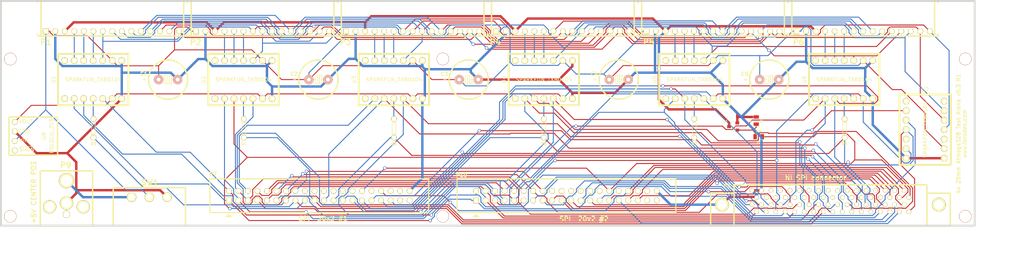
<source format=kicad_pcb>
(kicad_pcb (version 20221018) (generator pcbnew)
  (layers (0 "F.Cu" signal) (31 "B.Cu" signal) (34 "B.Paste" user) (35 "F.Paste" user) (36 "B.SilkS" user) (37 "F.SilkS" user) (38 "B.Mask" user) (39 "F.Mask" user) (44 "Edge.Cuts" user))
  (net 0 "")
  (net 1 "+5V")
  (net 2 "/3V3")
  (net 3 "/5V")
  (net 4 "/CS_0_3V3")
  (net 5 "/CS_0_5V")
  (net 6 "/CS_1_3V3")
  (net 7 "/CS_1_5V")
  (net 8 "/CS_2_3V3")
  (net 9 "/CS_2_5V")
  (net 10 "/CS_3_3V3")
  (net 11 "/CS_3_5V")
  (net 12 "/CS_4_3V3")
  (net 13 "/CS_4_5V")
  (net 14 "/CS_5_3V3")
  (net 15 "/CS_5_5V")
  (net 16 "/CS_6_3V3")
  (net 17 "/CS_6_5V")
  (net 18 "/CS_7_3V3")
  (net 19 "/CS_7_5V")
  (net 20 "/EXT_INT_3V3")
  (net 21 "/EXT_INT_5V")
  (net 22 "/MISO_0_3V3")
  (net 23 "/MISO_0_5V")
  (net 24 "/MISO_10_3V3")
  (net 25 "/MISO_11_3V3")
  (net 26 "/MISO_1_3V3")
  (net 27 "/MISO_1_5V")
  (net 28 "/MISO_2_3V3")
  (net 29 "/MISO_2_5V")
  (net 30 "/MISO_3_3V3")
  (net 31 "/MISO_3_5V")
  (net 32 "/MISO_4_3V3")
  (net 33 "/MISO_4_5V")
  (net 34 "/MISO_5_3V3")
  (net 35 "/MISO_5_5V")
  (net 36 "/MISO_6_3V3")
  (net 37 "/MISO_7_3V3")
  (net 38 "/MISO_8_3V3")
  (net 39 "/MISO_9_3V3")
  (net 40 "/MOSI_0_3V3")
  (net 41 "/MOSI_0_5V")
  (net 42 "/MOSI_10_3V3")
  (net 43 "/MOSI_11_3V3")
  (net 44 "/MOSI_1_3V3")
  (net 45 "/MOSI_1_5V")
  (net 46 "/MOSI_2_3V3")
  (net 47 "/MOSI_2_5V")
  (net 48 "/MOSI_3_3V3")
  (net 49 "/MOSI_3_5V")
  (net 50 "/MOSI_4_3V3")
  (net 51 "/MOSI_4_5V")
  (net 52 "/MOSI_5_3V3")
  (net 53 "/MOSI_5_5V")
  (net 54 "/MOSI_6_3V3")
  (net 55 "/MOSI_7_3V3")
  (net 56 "/MOSI_8_3V3")
  (net 57 "/MOSI_9_3V3")
  (net 58 "/RESET")
  (net 59 "/RESET_PAN")
  (net 60 "/SCK_0_3V3")
  (net 61 "/SCK_0_5V")
  (net 62 "/SCK_1_3V3")
  (net 63 "/SCK_1_5V")
  (net 64 "/SCK_2_3V3")
  (net 65 "/SCK_2_5V")
  (net 66 "/SCK_3_3V3")
  (net 67 "/SCK_3_5V")
  (net 68 "/SCK_4_3V3")
  (net 69 "/SCK_4_5V")
  (net 70 "/SCK_5_3V3")
  (net 71 "/SCK_5_5V")
  (net 72 "GND")
  (net 73 "N-00000108")
  (net 74 "N-0000029")
  (net 75 "N-0000034")
  (net 76 "N-0000086")
  (net 77 "N-0000089")
  (net 78 "N-0000093")
  (net 79 "N-0000098")
  (footprint "Capacitor_Polarized" (layer "F.Cu") (at 84.643 71)
    (fp_text reference "C1")
    (fp_text value "10uF" hide)
  )
  (footprint "Capacitor_Polarized" (layer "F.Cu") (at 124.775 71)
    (fp_text reference "C2")
    (fp_text value "10uF" hide)
  )
  (footprint "Capacitor_Polarized" (layer "F.Cu") (at 164.907 71)
    (fp_text reference "C3")
    (fp_text value "10uF" hide)
  )
  (footprint "Capacitor_Polarized" (layer "F.Cu") (at 204.963 71)
    (fp_text reference "C4")
    (fp_text value "10uF" hide)
  )
  (footprint "Capacitor_Polarized" (layer "F.Cu") (at 245.146 71)
    (fp_text reference "C5")
    (fp_text value "10uF" hide)
  )
  (footprint "HEADER_TOP" (layer "F.Cu") (at 69.75 58.1)
    (fp_text reference "P1")
    (fp_text value "CONN15" hide)
  )
  (footprint "HEADER_TOP" (layer "F.Cu") (at 109.85 58.1)
    (fp_text reference "P2")
    (fp_text value "CONN15" hide)
  )
  (footprint "HEADER_TOP" (layer "F.Cu") (at 149.95 58.1)
    (fp_text reference "P3")
    (fp_text value "CONN15" hide)
  )
  (footprint "HEADER_TOP" (layer "F.Cu") (at 190.05 58.1)
    (fp_text reference "P4")
    (fp_text value "CONN15" hide)
  )
  (footprint "HEADER_TOP" (layer "F.Cu") (at 230.15 58.1)
    (fp_text reference "P5")
    (fp_text value "CONN15" hide)
  )
  (footprint "HEADER_TOP" (layer "F.Cu") (at 270.25 58.1)
    (fp_text reference "P6")
    (fp_text value "CONN15" hide)
  )
  (footprint "MOUNT_HOLE_4_40" (layer "F.Cu") (at 297.5 65.5)
    (fp_text reference "M3" hide)
    (fp_text value "VAL**" hide)
  )
  (footprint "MOUNT_HOLE_4_40" (layer "F.Cu") (at 42.5 107.5)
    (fp_text reference "M6" hide)
    (fp_text value "VAL**" hide)
  )
  (footprint "MOUNT_HOLE_4_40" (layer "F.Cu") (at 297.5 107.5)
    (fp_text reference "M4" hide)
    (fp_text value "VAL**" hide)
  )
  (footprint "MOUNT_HOLE_4_40" (layer "F.Cu") (at 170 65.5)
    (fp_text reference "M2" hide)
    (fp_text value "VAL**" hide)
  )
  (footprint "MOUNT_HOLE_4_40" (layer "F.Cu") (at 160 107.5)
    (fp_text reference "M5" hide)
    (fp_text value "VAL**" hide)
  )
  (footprint "slide_switch" (layer "F.Cu") (at 79.63 104.94)
    (fp_text reference "SW1")
    (fp_text value "SWITCH_INV" hide)
  )
  (footprint "PIN_ARRAY_SHRD_20X2" (layer "F.Cu") (at 191 102)
    (fp_text reference "P10")
    (fp_text value "CONN_20X2" hide)
  )
  (footprint "SOT23" (layer "F.Cu") (at 235.534 83.5406 90)
    (fp_text reference "Q1")
    (fp_text value "MOSFET_NCHAN" hide)
  )
  (footprint "SM0805" (layer "F.Cu") (at 242.341 86.2584 180)
    (fp_text reference "R1")
    (fp_text value "200")
  )
  (footprint "SM0805" (layer "F.Cu") (at 241.681 81.9404 90)
    (fp_text reference "R2")
    (fp_text value "20k")
  )
  (footprint "SPARKFUN_TXB0104" (layer "F.Cu") (at 64.643 71 90)
    (fp_text reference "U1")
    (fp_text value "SPARKFUN_TXB0104")
  )
  (footprint "SPARKFUN_TXB0104" (layer "F.Cu") (at 104.775 71 90)
    (fp_text reference "U2")
    (fp_text value "SPARKFUN_TXB0104")
  )
  (footprint "SPARKFUN_TXB0104" (layer "F.Cu") (at 144.907 71 90)
    (fp_text reference "U3")
    (fp_text value "SPARKFUN_TXB0104")
  )
  (footprint "SPARKFUN_TXB0104" (layer "F.Cu") (at 184.963 71 90)
    (fp_text reference "U4")
    (fp_text value "SPARKFUN_TXB0104")
  )
  (footprint "SPARKFUN_TXB0104" (layer "F.Cu") (at 225.146 71 90)
    (fp_text reference "U5")
    (fp_text value "SPARKFUN_TXB0104")
  )
  (footprint "SPARKFUN_TXB0104" (layer "F.Cu") (at 265.176 71 90)
    (fp_text reference "U6")
    (fp_text value "SPARKFUN_TXB0104")
  )
  (footprint "SPARKFUN_TXB0104" (layer "F.Cu") (at 286.791 84.3788)
    (fp_text reference "U7")
    (fp_text value "SPARKFUN_TXB0104")
  )
  (footprint "R_SMALL" (layer "F.Cu") (at 104.851 84 -90)
    (fp_text reference "R4")
    (fp_text value "R" hide)
  )
  (footprint "R_SMALL" (layer "F.Cu") (at 144.958 84 -90)
    (fp_text reference "R5")
    (fp_text value "R" hide)
  )
  (footprint "R_SMALL" (layer "F.Cu") (at 184.963 84 -90)
    (fp_text reference "R6")
    (fp_text value "R" hide)
  )
  (footprint "R_SMALL" (layer "F.Cu") (at 225.146 84 -90)
    (fp_text reference "R7")
    (fp_text value "R" hide)
  )
  (footprint "R_SMALL" (layer "F.Cu") (at 265.278 84 -90)
    (fp_text reference "R8")
    (fp_text value "R" hide)
  )
  (footprint "POLOLU_3V3" (layer "F.Cu") (at 43.688 86.106 90)
    (fp_text reference "U8")
    (fp_text value "POLOLU_3V3")
  )
  (footprint "PIN_ARRAY_SHRD_20X2" (layer "F.Cu") (at 125 102)
    (fp_text reference "P7")
    (fp_text value "CONN_20X2" hide)
  )
  (footprint "DCJACK_2PIN_HIGHCURRENT" (layer "F.Cu") (at 57.5 109.97 180)
    (fp_text reference "P9")
    (fp_text value "CONN_2" hide)
  )
  (footprint "TE_CONN_DSUB_RA_68" (layer "F.Cu") (at 261.5 110.1)
    (fp_text reference "P8")
    (fp_text value "CONN_34X2" hide)
  )
  (footprint "R_SMALL" (layer "F.Cu") (at 64.7192 84 -90)
    (fp_text reference "R3")
    (fp_text value "R" hide)
  )
  (footprint "MOUNT_HOLE_4_40" (layer "F.Cu") (at 42.5 65.5)
    (fp_text reference "M1" hide)
    (fp_text value "VAL**" hide)
  )
  (gr_line (start 40 50) (end 40 110) (stroke (width 0.5)) (layer "Edge.Cuts"))
  (gr_line (start 40 50) (end 300 50) (stroke (width 0.5)) (layer "Edge.Cuts"))
  (gr_line (start 300 50) (end 300 110) (stroke (width 0.5)) (layer "Edge.Cuts"))
  (gr_line (start 40 110) (end 300 110) (stroke (width 0.5)) (layer "Edge.Cuts"))
  (gr_text "+5V CENTER POS" (at 48.768 101.092 90) (layer "F.SilkS") (effects (font (size 1.27 1.27) (thickness 0.254))))
  (gr_text "4x 20mm Atmega328 Test Arena v0.3 R1\nwww.iorodeo.com" (at 296.4942 85.4456 90) (layer "F.SilkS") (effects (font (size 1.016 1.016) (thickness 0.2032))))
  (gr_text "SPI  20x2 #1" (at 126.0094 108.1278) (layer "F.SilkS") (effects (font (size 1.27 1.27) (thickness 0.254))))
  (gr_text "NI SPI connector" (at 257.556 97.282) (layer "F.SilkS") (effects (font (size 1.27 1.27) (thickness 0.254))))
  (gr_text "SPI  20x2 #2" (at 195.6562 108.204) (layer "F.SilkS") (effects (font (size 1.27 1.27) (thickness 0.254))))
  (segment (start 74.8802 102.4) (end 61.9188 102.4) (width 0.635) (layer "B.Cu") (net 1))
  (segment (start 61.9188 102.4) (end 57.5 97.9812) (width 0.635) (layer "B.Cu") (net 1))
  (segment (start 151.2574 74.8096) (end 149.987 76.08) (width 0.254) (layer "F.Cu") (net 2))
  (segment (start 48.1086 77.8754) (end 67.9276 77.8754) (width 0.254) (layer "F.Cu") (net 2))
  (segment (start 188.7726 74.8096) (end 151.2574 74.8096) (width 0.254) (layer "F.Cu") (net 2))
  (segment (start 149.987 76.08) (end 148.7166 74.8096) (width 0.254) (layer "F.Cu") (net 2))
  (segment (start 43.688 82.296) (end 48.1086 77.8754) (width 0.254) (layer "F.Cu") (net 2))
  (segment (start 67.9276 77.8754) (end 69.723 76.08) (width 0.254) (layer "F.Cu") (net 2))
  (segment (start 148.7166 74.8096) (end 111.1254 74.8096) (width 0.254) (layer "F.Cu") (net 2))
  (segment (start 69.723 76.08) (end 70.9934 74.8096) (width 0.254) (layer "F.Cu") (net 2))
  (segment (start 230.226 76.08) (end 231.4964 74.8096) (width 0.254) (layer "F.Cu") (net 2))
  (segment (start 231.4964 74.8096) (end 268.9856 74.8096) (width 0.254) (layer "F.Cu") (net 2))
  (segment (start 111.1254 74.8096) (end 109.855 76.08) (width 0.254) (layer "F.Cu") (net 2))
  (segment (start 190.043 76.08) (end 188.7726 74.8096) (width 0.254) (layer "F.Cu") (net 2))
  (segment (start 268.9856 74.8096) (end 270.256 76.08) (width 0.254) (layer "F.Cu") (net 2))
  (segment (start 108.5846 74.8096) (end 109.855 76.08) (width 0.254) (layer "F.Cu") (net 2))
  (segment (start 70.9934 74.8096) (end 108.5846 74.8096) (width 0.254) (layer "F.Cu") (net 2))
  (segment (start 281.1659 93.2701) (end 282.2485 93.2701) (width 0.254) (layer "B.Cu") (net 2))
  (segment (start 283.001 92.5176) (end 283.001 90.7488) (width 0.254) (layer "B.Cu") (net 2))
  (segment (start 219.3029 74.2949) (end 228.4409 74.2949) (width 0.254) (layer "B.Cu") (net 2))
  (segment (start 190.043 76.08) (end 191.8281 74.2949) (width 0.254) (layer "B.Cu") (net 2))
  (segment (start 218.5976 74.3161) (end 219.2817 74.3161) (width 0.254) (layer "B.Cu") (net 2))
  (segment (start 191.8281 74.2949) (end 218.5764 74.2949) (width 0.254) (layer "B.Cu") (net 2))
  (segment (start 270.256 76.08) (end 270.256 82.3602) (width 0.254) (layer "B.Cu") (net 2))
  (segment (start 283.001 90.7488) (end 281.711 89.4588) (width 0.254) (layer "B.Cu") (net 2))
  (segment (start 218.5764 74.2949) (end 218.5976 74.3161) (width 0.254) (layer "B.Cu") (net 2))
  (segment (start 282.2485 93.2701) (end 283.001 92.5176) (width 0.254) (layer "B.Cu") (net 2))
  (segment (start 219.2817 74.3161) (end 219.3029 74.2949) (width 0.254) (layer "B.Cu") (net 2))
  (segment (start 270.256 82.3602) (end 281.1659 93.2701) (width 0.254) (layer "B.Cu") (net 2))
  (segment (start 228.4409 74.2949) (end 230.226 76.08) (width 0.254) (layer "B.Cu") (net 2))
  (segment (start 109.855 65.92) (end 106.9915 63.0565) (width 0.254) (layer "F.Cu") (net 3))
  (segment (start 148.6289 67.2781) (end 149.987 65.92) (width 0.254) (layer "F.Cu") (net 3))
  (segment (start 125.9569 67.2781) (end 148.6289 67.2781) (width 0.254) (layer "F.Cu") (net 3))
  (segment (start 92.07 58.1) (end 90.9267 58.1) (width 0.254) (layer "F.Cu") (net 3))
  (segment (start 51.97 58.1) (end 53.1133 58.1) (width 0.254) (layer "F.Cu") (net 3))
  (segment (start 155.067 71) (end 162.367 71) (width 0.254) (layer "F.Cu") (net 3))
  (segment (start 286.791 79.9738) (end 286.791 84.3788) (width 0.254) (layer "F.Cu") (net 3))
  (segment (start 228.8802 67.2658) (end 230.226 65.92) (width 0.254) (layer "F.Cu") (net 3))
  (segment (start 280.4854 73.6682) (end 286.791 79.9738) (width 0.254) (layer "F.Cu") (net 3))
  (segment (start 206.1572 67.2658) (end 228.8802 67.2658) (width 0.254) (layer "F.Cu") (net 3))
  (segment (start 270.256 65.92) (end 278.0042 73.6682) (width 0.254) (layer "F.Cu") (net 3))
  (segment (start 149.987 65.92) (end 155.067 71) (width 0.254) (layer "F.Cu") (net 3))
  (segment (start 71.1136 67.3106) (end 69.723 65.92) (width 0.254) (layer "F.Cu") (net 3))
  (segment (start 53.9707 59.2433) (end 63.0463 59.2433) (width 0.254) (layer "F.Cu") (net 3))
  (segment (start 63.0463 59.2433) (end 69.723 65.92) (width 0.254) (layer "F.Cu") (net 3))
  (segment (start 114.935 71) (end 122.235 71) (width 0.254) (layer "F.Cu") (net 3))
  (segment (start 122.235 71) (end 125.9569 67.2781) (width 0.254) (layer "F.Cu") (net 3))
  (segment (start 82.103 67.3106) (end 71.1136 67.3106) (width 0.254) (layer "F.Cu") (net 3))
  (segment (start 89.7834 56.9567) (end 90.9267 58.1) (width 0.254) (layer "F.Cu") (net 3))
  (segment (start 286.791 84.3788) (end 291.871 89.4588) (width 0.254) (layer "F.Cu") (net 3))
  (segment (start 106.9915 63.0565) (end 86.3571 63.0565) (width 0.254) (layer "F.Cu") (net 3))
  (segment (start 82.103 67.3106) (end 82.103 71) (width 0.254) (layer "F.Cu") (net 3))
  (segment (start 278.0042 73.6682) (end 280.4854 73.6682) (width 0.254) (layer "F.Cu") (net 3))
  (segment (start 87.0366 56.9567) (end 89.7834 56.9567) (width 0.254) (layer "F.Cu") (net 3))
  (segment (start 53.1133 58.1) (end 53.1133 58.3859) (width 0.254) (layer "F.Cu") (net 3))
  (segment (start 53.1133 58.3859) (end 53.9707 59.2433) (width 0.254) (layer "F.Cu") (net 3))
  (segment (start 109.855 65.92) (end 114.935 71) (width 0.254) (layer "F.Cu") (net 3))
  (segment (start 86.3571 63.0565) (end 86.3571 57.6362) (width 0.254) (layer "F.Cu") (net 3))
  (segment (start 86.3571 63.0565) (end 82.103 67.3106) (width 0.254) (layer "F.Cu") (net 3))
  (segment (start 86.3571 57.6362) (end 87.0366 56.9567) (width 0.254) (layer "F.Cu") (net 3))
  (segment (start 202.423 71) (end 206.1572 67.2658) (width 0.254) (layer "F.Cu") (net 3))
  (segment (start 190.043 65.92) (end 193.6465 69.5235) (width 0.254) (layer "B.Cu") (net 3))
  (segment (start 242.606 64.5982) (end 244.8285 64.5982) (width 0.254) (layer "B.Cu") (net 3))
  (segment (start 200.9465 69.5235) (end 211.2267 59.2433) (width 0.254) (layer "B.Cu") (net 3))
  (segment (start 51.97 79.094) (end 73.2697 100.3937) (width 0.254) (layer "B.Cu") (net 3))
  (segment (start 122.235 69.1783) (end 132.17 59.2433) (width 0.254) (layer "B.Cu") (net 3))
  (segment (start 268.9573 67.2187) (end 257.0181 67.2187) (width 0.254) (layer "B.Cu") (net 3))
  (segment (start 169.6268 72.6769) (end 175.9536 66.3501) (width 0.254) (layer "B.Cu") (net 3))
  (segment (start 77.6237 100.3937) (end 79.63 102.4) (width 0.254) (layer "B.Cu") (net 3))
  (segment (start 164.0439 72.6769) (end 169.6268 72.6769) (width 0.254) (layer "B.Cu") (net 3))
  (segment (start 176.8138 67.2103) (end 188.7527 67.2103) (width 0.254) (layer "B.Cu") (net 3))
  (segment (start 188.7527 67.2103) (end 190.043 65.92) (width 0.254) (layer "B.Cu") (net 3))
  (segment (start 231.5478 64.5982) (end 230.226 65.92) (width 0.254) (layer "B.Cu") (net 3))
  (segment (start 43.688 87.376) (end 51.97 79.094) (width 0.254) (layer "B.Cu") (net 3))
  (segment (start 252.47 58.1) (end 253.6133 58.1) (width 0.254) (layer "B.Cu") (net 3))
  (segment (start 51.97 79.094) (end 51.97 58.1) (width 0.254) (layer "B.Cu") (net 3))
  (segment (start 132.17 58.1) (end 132.17 59.2433) (width 0.254) (layer "B.Cu") (net 3))
  (segment (start 162.367 71) (end 164.0439 72.6769) (width 0.254) (layer "B.Cu") (net 3))
  (segment (start 175.9536 66.3501) (end 175.9536 57.5872) (width 0.254) (layer "B.Cu") (net 3))
  (segment (start 254.5621 56.9106) (end 253.6133 57.8594) (width 0.254) (layer "B.Cu") (net 3))
  (segment (start 242.606 64.5982) (end 231.5478 64.5982) (width 0.254) (layer "B.Cu") (net 3))
  (segment (start 252.47 58.1) (end 251.3267 58.1) (width 0.254) (layer "B.Cu") (net 3))
  (segment (start 211.2267 59.2433) (end 211.2267 58.1) (width 0.254) (layer "B.Cu") (net 3))
  (segment (start 256.2801 57.7203) (end 255.4704 56.9106) (width 0.254) (layer "B.Cu") (net 3))
  (segment (start 193.6465 69.5235) (end 200.9465 69.5235) (width 0.254) (layer "B.Cu") (net 3))
  (segment (start 270.256 65.92) (end 268.9573 67.2187) (width 0.254) (layer "B.Cu") (net 3))
  (segment (start 255.4704 56.9106) (end 254.5621 56.9106) (width 0.254) (layer "B.Cu") (net 3))
  (segment (start 175.3184 56.952) (end 174.2716 56.952) (width 0.254) (layer "B.Cu") (net 3))
  (segment (start 253.6133 57.8594) (end 253.6133 58.1) (width 0.254) (layer "B.Cu") (net 3))
  (segment (start 257.0181 67.2187) (end 256.2801 66.4807) (width 0.254) (layer "B.Cu") (net 3))
  (segment (start 202.423 71) (end 200.9465 69.5235) (width 0.254) (layer "B.Cu") (net 3))
  (segment (start 175.9536 66.3501) (end 176.8138 67.2103) (width 0.254) (layer "B.Cu") (net 3))
  (segment (start 212.37 58.1) (end 211.2267 58.1) (width 0.254) (layer "B.Cu") (net 3))
  (segment (start 174.2716 56.952) (end 173.4133 57.8103) (width 0.254) (layer "B.Cu") (net 3))
  (segment (start 244.8285 64.5982) (end 251.3267 58.1) (width 0.254) (layer "B.Cu") (net 3))
  (segment (start 172.27 58.1) (end 173.4133 58.1) (width 0.254) (layer "B.Cu") (net 3))
  (segment (start 256.2801 66.4807) (end 256.2801 57.7203) (width 0.254) (layer "B.Cu") (net 3))
  (segment (start 73.2697 100.3937) (end 77.6237 100.3937) (width 0.254) (layer "B.Cu") (net 3))
  (segment (start 173.4133 57.8103) (end 173.4133 58.1) (width 0.254) (layer "B.Cu") (net 3))
  (segment (start 175.9536 57.5872) (end 175.3184 56.952) (width 0.254) (layer "B.Cu") (net 3))
  (segment (start 122.235 71) (end 122.235 69.1783) (width 0.254) (layer "B.Cu") (net 3))
  (segment (start 242.606 71) (end 242.606 64.5982) (width 0.254) (layer "B.Cu") (net 3))
  (segment (start 102.0133 101.8733) (end 102.0133 103.5805) (width 0.254) (layer "F.Cu") (net 4))
  (segment (start 100.87 100.73) (end 102.0133 101.8733) (width 0.254) (layer "F.Cu") (net 4))
  (segment (start 102.0133 103.5805) (end 105.597 107.1642) (width 0.254) (layer "F.Cu") (net 4))
  (segment (start 105.597 107.1642) (end 154.9464 107.1642) (width 0.254) (layer "F.Cu") (net 4))
  (via (at 154.9464 107.1642) (size 0.889) (drill 0.635) (layers "F.Cu" "B.Cu") (net 4))
  (segment (start 180.84 100.3618) (end 180.84 103.6437) (width 0.254) (layer "B.Cu") (net 4))
  (segment (start 184.6764 96.5254) (end 180.84 100.3618) (width 0.254) (layer "B.Cu") (net 4))
  (segment (start 168.1608 102.4331) (end 167.5568 101.8291) (width 0.254) (layer "B.Cu") (net 4))
  (segment (start 167.5568 101.8291) (end 166.87 101.8291) (width 0.254) (layer "B.Cu") (net 4))
  (segment (start 160.0569 101.8291) (end 166.87 101.8291) (width 0.254) (layer "B.Cu") (net 4))
  (segment (start 81.4977 90.3947) (end 90.5347 90.3947) (width 0.254) (layer "B.Cu") (net 4))
  (segment (start 179.5297 104.954) (end 169.444 104.954) (width 0.254) (layer "B.Cu") (net 4))
  (segment (start 169.444 104.954) (end 168.1608 103.6708) (width 0.254) (layer "B.Cu") (net 4))
  (segment (start 90.5347 90.3947) (end 100.87 100.73) (width 0.254) (layer "B.Cu") (net 4))
  (segment (start 231.0406 96.5254) (end 184.6764 96.5254) (width 0.254) (layer "B.Cu") (net 4))
  (segment (start 67.183 76.08) (end 81.4977 90.3947) (width 0.254) (layer "B.Cu") (net 4))
  (segment (start 238.9102 104.395) (end 231.0406 96.5254) (width 0.254) (layer "B.Cu") (net 4))
  (segment (start 180.84 103.6437) (end 179.5297 104.954) (width 0.254) (layer "B.Cu") (net 4))
  (segment (start 240.545 104.395) (end 238.9102 104.395) (width 0.254) (layer "B.Cu") (net 4))
  (segment (start 154.9464 106.9396) (end 160.0569 101.8291) (width 0.254) (layer "B.Cu") (net 4))
  (segment (start 154.9464 107.1642) (end 154.9464 106.9396) (width 0.254) (layer "B.Cu") (net 4))
  (segment (start 166.87 101.8291) (end 166.87 100.73) (width 0.254) (layer "B.Cu") (net 4))
  (segment (start 168.1608 103.6708) (end 168.1608 102.4331) (width 0.254) (layer "B.Cu") (net 4))
  (segment (start 226.4182 59.2918) (end 211.4178 59.2918) (width 0.254) (layer "F.Cu") (net 5))
  (segment (start 173.1352 54.8083) (end 175.9533 57.6264) (width 0.254) (layer "F.Cu") (net 5))
  (segment (start 207.5288 55.4028) (end 190.2072 55.4028) (width 0.254) (layer "F.Cu") (net 5))
  (segment (start 176.8711 59.2548) (end 186.3552 59.2548) (width 0.254) (layer "F.Cu") (net 5))
  (segment (start 175.9533 57.6264) (end 175.9533 58.337) (width 0.254) (layer "F.Cu") (net 5))
  (segment (start 108.5944 56.8156) (end 123.539 56.8156) (width 0.254) (layer "F.Cu") (net 5))
  (segment (start 211.4178 59.2918) (end 207.5288 55.4028) (width 0.254) (layer "F.Cu") (net 5))
  (segment (start 227.61 58.1) (end 226.4182 59.2918) (width 0.254) (layer "F.Cu") (net 5))
  (segment (start 175.9533 58.337) (end 176.8711 59.2548) (width 0.254) (layer "F.Cu") (net 5))
  (segment (start 150.7017 54.8083) (end 173.1352 54.8083) (width 0.254) (layer "F.Cu") (net 5))
  (segment (start 107.31 58.1) (end 108.5944 56.8156) (width 0.254) (layer "F.Cu") (net 5))
  (segment (start 186.3552 59.2548) (end 187.51 58.1) (width 0.254) (layer "F.Cu") (net 5))
  (segment (start 147.41 58.1) (end 150.7017 54.8083) (width 0.254) (layer "F.Cu") (net 5))
  (segment (start 190.2072 55.4028) (end 187.51 58.1) (width 0.254) (layer "F.Cu") (net 5))
  (via (at 123.539 56.8156) (size 0.889) (drill 0.635) (layers "F.Cu" "B.Cu") (net 5))
  (segment (start 265.4837 55.8737) (end 267.71 58.1) (width 0.254) (layer "B.Cu") (net 5))
  (segment (start 236.5 58.4579) (end 236.5 57.6626) (width 0.254) (layer "B.Cu") (net 5))
  (segment (start 227.61 58.1) (end 229.7968 60.2868) (width 0.254) (layer "B.Cu") (net 5))
  (segment (start 145.741 56.431) (end 123.9236 56.431) (width 0.254) (layer "B.Cu") (net 5))
  (segment (start 91.0303 56.9566) (end 87.2001 60.7868) (width 0.254) (layer "B.Cu") (net 5))
  (segment (start 67.21 65.893) (end 67.21 60.7868) (width 0.254) (layer "B.Cu") (net 5))
  (segment (start 234.6711 60.2868) (end 236.5 58.4579) (width 0.254) (layer "B.Cu") (net 5))
  (segment (start 67.21 60.7868) (end 67.21 58.1) (width 0.254) (layer "B.Cu") (net 5))
  (segment (start 123.9236 56.431) (end 123.539 56.8156) (width 0.254) (layer "B.Cu") (net 5))
  (segment (start 236.5 57.6626) (end 238.2889 55.8737) (width 0.254) (layer "B.Cu") (net 5))
  (segment (start 106.1666 56.9566) (end 91.0303 56.9566) (width 0.254) (layer "B.Cu") (net 5))
  (segment (start 229.7968 60.2868) (end 234.6711 60.2868) (width 0.254) (layer "B.Cu") (net 5))
  (segment (start 147.41 58.1) (end 145.741 56.431) (width 0.254) (layer "B.Cu") (net 5))
  (segment (start 87.2001 60.7868) (end 67.21 60.7868) (width 0.254) (layer "B.Cu") (net 5))
  (segment (start 238.2889 55.8737) (end 265.4837 55.8737) (width 0.254) (layer "B.Cu") (net 5))
  (segment (start 67.183 65.92) (end 67.21 65.893) (width 0.254) (layer "B.Cu") (net 5))
  (segment (start 107.31 58.1) (end 106.1666 56.9566) (width 0.254) (layer "B.Cu") (net 5))
  (segment (start 107.0934 103.7436) (end 107.0934 103.0379) (width 0.254) (layer "F.Cu") (net 6))
  (segment (start 103.41 100.73) (end 104.68 102) (width 0.254) (layer "F.Cu") (net 6))
  (segment (start 104.68 103.7034) (end 105.4021 104.4255) (width 0.254) (layer "F.Cu") (net 6))
  (segment (start 170.68 102) (end 170.68 103.6569) (width 0.254) (layer "F.Cu") (net 6))
  (segment (start 114.9666 103.5335) (end 114.9666 102.7966) (width 0.254) (layer "F.Cu") (net 6))
  (segment (start 117.3801 101.0886) (end 117.3801 100.3755) (width 0.254) (layer "F.Cu") (net 6))
  (segment (start 118.1822 99.5734) (end 168.2534 99.5734) (width 0.254) (layer "F.Cu") (net 6))
  (segment (start 170.68 103.6569) (end 174.4874 107.4643) (width 0.254) (layer "F.Cu") (net 6))
  (segment (start 105.4021 104.4255) (end 106.4115 104.4255) (width 0.254) (layer "F.Cu") (net 6))
  (segment (start 109.76 103.7073) (end 110.5149 104.4622) (width 0.254) (layer "F.Cu") (net 6))
  (segment (start 174.4874 107.4643) (end 240.6507 107.4643) (width 0.254) (layer "F.Cu") (net 6))
  (segment (start 108.9732 102.1245) (end 109.76 102.9113) (width 0.254) (layer "F.Cu") (net 6))
  (segment (start 115.7632 102) (end 116.4687 102) (width 0.254) (layer "F.Cu") (net 6))
  (segment (start 108.0068 102.1245) (end 108.9732 102.1245) (width 0.254) (layer "F.Cu") (net 6))
  (segment (start 107.0934 103.0379) (end 108.0068 102.1245) (width 0.254) (layer "F.Cu") (net 6))
  (segment (start 110.5149 104.4622) (end 114.0379 104.4622) (width 0.254) (layer "F.Cu") (net 6))
  (segment (start 240.6507 107.4643) (end 241.815 106.3) (width 0.254) (layer "F.Cu") (net 6))
  (segment (start 104.68 102) (end 104.68 103.7034) (width 0.254) (layer "F.Cu") (net 6))
  (segment (start 168.2534 99.5734) (end 169.41 100.73) (width 0.254) (layer "F.Cu") (net 6))
  (segment (start 106.4115 104.4255) (end 107.0934 103.7436) (width 0.254) (layer "F.Cu") (net 6))
  (segment (start 117.3801 100.3755) (end 118.1822 99.5734) (width 0.254) (layer "F.Cu") (net 6))
  (segment (start 169.41 100.73) (end 170.68 102) (width 0.254) (layer "F.Cu") (net 6))
  (segment (start 114.9666 102.7966) (end 115.7632 102) (width 0.254) (layer "F.Cu") (net 6))
  (segment (start 109.76 102.9113) (end 109.76 103.7073) (width 0.254) (layer "F.Cu") (net 6))
  (segment (start 114.0379 104.4622) (end 114.9666 103.5335) (width 0.254) (layer "F.Cu") (net 6))
  (segment (start 116.4687 102) (end 117.3801 101.0886) (width 0.254) (layer "F.Cu") (net 6))
  (segment (start 107.315 80.9576) (end 102.6169 85.6557) (width 0.254) (layer "B.Cu") (net 6))
  (segment (start 102.6169 99.9369) (end 103.41 100.73) (width 0.254) (layer "B.Cu") (net 6))
  (segment (start 107.315 76.08) (end 107.315 80.9576) (width 0.254) (layer "B.Cu") (net 6))
  (segment (start 102.6169 85.6557) (end 102.6169 99.9369) (width 0.254) (layer "B.Cu") (net 6))
  (segment (start 152.678 55.372) (end 171.6336 55.372) (width 0.254) (layer "F.Cu") (net 7))
  (segment (start 171.6336 55.372) (end 173.4134 57.1518) (width 0.254) (layer "F.Cu") (net 7))
  (segment (start 149.95 58.1) (end 152.678 55.372) (width 0.254) (layer "F.Cu") (net 7))
  (segment (start 174.8759 59.7909) (end 188.3591 59.7909) (width 0.254) (layer "F.Cu") (net 7))
  (segment (start 188.3591 59.7909) (end 190.05 58.1) (width 0.254) (layer "F.Cu") (net 7))
  (segment (start 173.4134 57.1518) (end 173.4134 58.3284) (width 0.254) (layer "F.Cu") (net 7))
  (segment (start 173.4134 58.3284) (end 174.8759 59.7909) (width 0.254) (layer "F.Cu") (net 7))
  (segment (start 108.1773 56.4273) (end 90.8406 56.4273) (width 0.254) (layer "B.Cu") (net 7))
  (segment (start 87.0052 60.2627) (end 71.9127 60.2627) (width 0.254) (layer "B.Cu") (net 7))
  (segment (start 148.8033 59.2467) (end 149.95 58.1) (width 0.254) (layer "B.Cu") (net 7))
  (segment (start 233.96 58.4532) (end 233.1642 59.249) (width 0.254) (layer "B.Cu") (net 7))
  (segment (start 193.86 58.4701) (end 193.0778 59.2523) (width 0.254) (layer "B.Cu") (net 7))
  (segment (start 231.299 59.249) (end 230.15 58.1) (width 0.254) (layer "B.Cu") (net 7))
  (segment (start 126.8495 61.2822) (end 131.1751 56.9566) (width 0.254) (layer "B.Cu") (net 7))
  (segment (start 90.8406 56.4273) (end 87.0052 60.2627) (width 0.254) (layer "B.Cu") (net 7))
  (segment (start 109.85 61.2822) (end 109.85 58.1) (width 0.254) (layer "B.Cu") (net 7))
  (segment (start 236.8599 54.8422) (end 233.96 57.7421) (width 0.254) (layer "B.Cu") (net 7))
  (segment (start 230.15 58.1) (end 227.9005 55.8505) (width 0.254) (layer "B.Cu") (net 7))
  (segment (start 146.14 58.4808) (end 146.9059 59.2467) (width 0.254) (layer "B.Cu") (net 7))
  (segment (start 270.25 58.1) (end 266.9922 54.8422) (width 0.254) (layer "B.Cu") (net 7))
  (segment (start 227.9005 55.8505) (end 195.7507 55.8505) (width 0.254) (layer "B.Cu") (net 7))
  (segment (start 193.0778 59.2523) (end 191.2023 59.2523) (width 0.254) (layer "B.Cu") (net 7))
  (segment (start 109.85 61.2822) (end 126.8495 61.2822) (width 0.254) (layer "B.Cu") (net 7))
  (segment (start 195.7507 55.8505) (end 193.86 57.7412) (width 0.254) (layer "B.Cu") (net 7))
  (segment (start 107.315 65.92) (end 109.85 63.385) (width 0.254) (layer "B.Cu") (net 7))
  (segment (start 233.96 57.7421) (end 233.96 58.4532) (width 0.254) (layer "B.Cu") (net 7))
  (segment (start 193.86 57.7412) (end 193.86 58.4701) (width 0.254) (layer "B.Cu") (net 7))
  (segment (start 131.1751 56.9566) (end 145.4311 56.9566) (width 0.254) (layer "B.Cu") (net 7))
  (segment (start 109.85 58.1) (end 108.1773 56.4273) (width 0.254) (layer "B.Cu") (net 7))
  (segment (start 191.2023 59.2523) (end 190.05 58.1) (width 0.254) (layer "B.Cu") (net 7))
  (segment (start 146.9059 59.2467) (end 148.8033 59.2467) (width 0.254) (layer "B.Cu") (net 7))
  (segment (start 145.4311 56.9566) (end 146.14 57.6655) (width 0.254) (layer "B.Cu") (net 7))
  (segment (start 109.85 63.385) (end 109.85 61.2822) (width 0.254) (layer "B.Cu") (net 7))
  (segment (start 71.9127 60.2627) (end 69.75 58.1) (width 0.254) (layer "B.Cu") (net 7))
  (segment (start 233.1642 59.249) (end 231.299 59.249) (width 0.254) (layer "B.Cu") (net 7))
  (segment (start 146.14 57.6655) (end 146.14 58.4808) (width 0.254) (layer "B.Cu") (net 7))
  (segment (start 266.9922 54.8422) (end 236.8599 54.8422) (width 0.254) (layer "B.Cu") (net 7))
  (segment (start 154.1499 82.7829) (end 147.447 76.08) (width 0.254) (layer "F.Cu") (net 8))
  (segment (start 188.5834 82.7829) (end 154.1499 82.7829) (width 0.254) (layer "F.Cu") (net 8))
  (segment (start 191.9876 86.1871) (end 188.5834 82.7829) (width 0.254) (layer "F.Cu") (net 8))
  (segment (start 221.2352 86.1871) (end 191.9876 86.1871) (width 0.254) (layer "F.Cu") (net 8))
  (segment (start 241.26 103.3588) (end 239.0468 103.3588) (width 0.254) (layer "F.Cu") (net 8))
  (segment (start 242.2962 104.395) (end 241.26 103.3588) (width 0.254) (layer "F.Cu") (net 8))
  (segment (start 243.085 104.395) (end 242.2962 104.395) (width 0.254) (layer "F.Cu") (net 8))
  (via (at 239.0468 103.3588) (size 0.889) (drill 0.635) (layers "F.Cu" "B.Cu") (net 8))
  (via (at 221.2352 86.1871) (size 0.889) (drill 0.635) (layers "F.Cu" "B.Cu") (net 8))
  (segment (start 171.95 100.73) (end 169.7633 98.5433) (width 0.254) (layer "B.Cu") (net 8))
  (segment (start 130.8765 102.1267) (end 130.2067 102.7965) (width 0.254) (layer "B.Cu") (net 8))
  (segment (start 132.8902 107.1073) (end 130.2067 104.4238) (width 0.254) (layer "B.Cu") (net 8))
  (segment (start 153.104 106.4506) (end 152.4473 107.1073) (width 0.254) (layer "B.Cu") (net 8))
  (segment (start 238.8306 103.3588) (end 221.6589 86.1871) (width 0.254) (layer "B.Cu") (net 8))
  (segment (start 103.6672 86.0434) (end 103.6672 98.4472) (width 0.254) (layer "B.Cu") (net 8))
  (segment (start 125.0777 97.0656) (end 113.3506 85.3385) (width 0.254) (layer "B.Cu") (net 8))
  (segment (start 147.447 85.622) (end 144.9173 88.1517) (width 0.254) (layer "B.Cu") (net 8))
  (segment (start 132.7093 100.2749) (end 132.7093 101.0044) (width 0.254) (layer "B.Cu") (net 8))
  (segment (start 130.2067 104.4238) (end 125.8015 104.4238) (width 0.254) (layer "B.Cu") (net 8))
  (segment (start 153.104 106.3607) (end 153.104 106.4506) (width 0.254) (layer "B.Cu") (net 8))
  (segment (start 147.447 76.08) (end 147.447 85.622) (width 0.254) (layer "B.Cu") (net 8))
  (segment (start 160.9214 98.5433) (end 153.104 106.3607) (width 0.254) (layer "B.Cu") (net 8))
  (segment (start 144.8325 88.1517) (end 132.7093 100.2749) (width 0.254) (layer "B.Cu") (net 8))
  (segment (start 131.587 102.1267) (end 130.8765 102.1267) (width 0.254) (layer "B.Cu") (net 8))
  (segment (start 103.6672 98.4472) (end 105.95 100.73) (width 0.254) (layer "B.Cu") (net 8))
  (segment (start 152.4473 107.1073) (end 132.8902 107.1073) (width 0.254) (layer "B.Cu") (net 8))
  (segment (start 113.3506 85.3385) (end 104.3721 85.3385) (width 0.254) (layer "B.Cu") (net 8))
  (segment (start 221.6589 86.1871) (end 221.2352 86.1871) (width 0.254) (layer "B.Cu") (net 8))
  (segment (start 130.2067 102.7965) (end 130.2067 104.4238) (width 0.254) (layer "B.Cu") (net 8))
  (segment (start 125.8015 104.4238) (end 125.0777 103.7) (width 0.254) (layer "B.Cu") (net 8))
  (segment (start 169.7633 98.5433) (end 160.9214 98.5433) (width 0.254) (layer "B.Cu") (net 8))
  (segment (start 144.9173 88.1517) (end 144.8325 88.1517) (width 0.254) (layer "B.Cu") (net 8))
  (segment (start 104.3721 85.3385) (end 103.6672 86.0434) (width 0.254) (layer "B.Cu") (net 8))
  (segment (start 125.0777 103.7) (end 125.0777 97.0656) (width 0.254) (layer "B.Cu") (net 8))
  (segment (start 239.0468 103.3588) (end 238.8306 103.3588) (width 0.254) (layer "B.Cu") (net 8))
  (segment (start 132.7093 101.0044) (end 131.587 102.1267) (width 0.254) (layer "B.Cu") (net 8))
  (segment (start 171.8177 59.4837) (end 171.5719 59.4837) (width 0.254) (layer "F.Cu") (net 9))
  (segment (start 190.3907 60.2993) (end 172.6333 60.2993) (width 0.254) (layer "F.Cu") (net 9))
  (segment (start 192.59 58.1) (end 190.3907 60.2993) (width 0.254) (layer "F.Cu") (net 9))
  (segment (start 171.5719 59.4837) (end 170.7273 58.6391) (width 0.254) (layer "F.Cu") (net 9))
  (segment (start 170.7273 57.9676) (end 168.6468 55.8871) (width 0.254) (layer "F.Cu") (net 9))
  (segment (start 154.7029 55.8871) (end 152.49 58.1) (width 0.254) (layer "F.Cu") (net 9))
  (segment (start 170.7273 58.6391) (end 170.7273 57.9676) (width 0.254) (layer "F.Cu") (net 9))
  (segment (start 172.6333 60.2993) (end 171.8177 59.4837) (width 0.254) (layer "F.Cu") (net 9))
  (segment (start 168.6468 55.8871) (end 154.7029 55.8871) (width 0.254) (layer "F.Cu") (net 9))
  (segment (start 83.4423 55.3989) (end 109.6889 55.3989) (width 0.254) (layer "B.Cu") (net 9))
  (segment (start 81.0534 57.7878) (end 83.4423 55.3989) (width 0.254) (layer "B.Cu") (net 9))
  (segment (start 236.4561 54.3339) (end 232.69 58.1) (width 0.254) (layer "B.Cu") (net 9))
  (segment (start 152.49 60.877) (end 152.49 58.1) (width 0.254) (layer "B.Cu") (net 9))
  (segment (start 112.39 58.1) (end 114.5556 60.2656) (width 0.254) (layer "B.Cu") (net 9))
  (segment (start 121.3955 58.345) (end 121.3955 57.6201) (width 0.254) (layer "B.Cu") (net 9))
  (segment (start 192.59 58.1) (end 195.3528 55.3372) (width 0.254) (layer "B.Cu") (net 9))
  (segment (start 229.9272 55.3372) (end 232.69 58.1) (width 0.254) (layer "B.Cu") (net 9))
  (segment (start 73.9444 59.7544) (end 79.8726 59.7544) (width 0.254) (layer "B.Cu") (net 9))
  (segment (start 119.4749 60.2656) (end 121.3955 58.345) (width 0.254) (layer "B.Cu") (net 9))
  (segment (start 114.5556 60.2656) (end 119.4749 60.2656) (width 0.254) (layer "B.Cu") (net 9))
  (segment (start 272.79 58.1) (end 269.0239 54.3339) (width 0.254) (layer "B.Cu") (net 9))
  (segment (start 195.3528 55.3372) (end 229.9272 55.3372) (width 0.254) (layer "B.Cu") (net 9))
  (segment (start 109.6889 55.3989) (end 112.39 58.1) (width 0.254) (layer "B.Cu") (net 9))
  (segment (start 147.447 65.92) (end 152.49 60.877) (width 0.254) (layer "B.Cu") (net 9))
  (segment (start 123.1164 55.8992) (end 150.2892 55.8992) (width 0.254) (layer "B.Cu") (net 9))
  (segment (start 81.0534 58.5736) (end 81.0534 57.7878) (width 0.254) (layer "B.Cu") (net 9))
  (segment (start 72.29 58.1) (end 73.9444 59.7544) (width 0.254) (layer "B.Cu") (net 9))
  (segment (start 269.0239 54.3339) (end 236.4561 54.3339) (width 0.254) (layer "B.Cu") (net 9))
  (segment (start 150.2892 55.8992) (end 152.49 58.1) (width 0.254) (layer "B.Cu") (net 9))
  (segment (start 79.8726 59.7544) (end 81.0534 58.5736) (width 0.254) (layer "B.Cu") (net 9))
  (segment (start 121.3955 57.6201) (end 123.1164 55.8992) (width 0.254) (layer "B.Cu") (net 9))
  (segment (start 109.6952 101.9352) (end 111.5112 101.9352) (width 0.254) (layer "F.Cu") (net 10))
  (segment (start 111.5112 101.9352) (end 112.3 101.1464) (width 0.254) (layer "F.Cu") (net 10))
  (segment (start 217.8801 81.6626) (end 193.0856 81.6626) (width 0.254) (layer "F.Cu") (net 10))
  (segment (start 112.3 100.3721) (end 114.1237 98.5484) (width 0.254) (layer "F.Cu") (net 10))
  (segment (start 108.49 100.73) (end 109.6952 101.9352) (width 0.254) (layer "F.Cu") (net 10))
  (segment (start 114.1237 98.5484) (end 172.3084 98.5484) (width 0.254) (layer "F.Cu") (net 10))
  (segment (start 112.3 101.1464) (end 112.3 100.3721) (width 0.254) (layer "F.Cu") (net 10))
  (segment (start 193.0856 81.6626) (end 187.503 76.08) (width 0.254) (layer "F.Cu") (net 10))
  (segment (start 172.3084 98.5484) (end 174.49 100.73) (width 0.254) (layer "F.Cu") (net 10))
  (via (at 217.8801 81.6626) (size 0.889) (drill 0.635) (layers "F.Cu" "B.Cu") (net 10))
  (segment (start 244.355 106.3) (end 243.5662 106.3) (width 0.254) (layer "B.Cu") (net 10))
  (segment (start 187.503 76.08) (end 187.503 87.717) (width 0.254) (layer "B.Cu") (net 10))
  (segment (start 242.1037 104.8375) (end 242.1037 104.502) (width 0.254) (layer "B.Cu") (net 10))
  (segment (start 187.503 87.717) (end 174.49 100.73) (width 0.254) (layer "B.Cu") (net 10))
  (segment (start 238.9774 101.3757) (end 237.5932 101.3757) (width 0.254) (layer "B.Cu") (net 10))
  (segment (start 237.5932 101.3757) (end 217.8801 81.6626) (width 0.254) (layer "B.Cu") (net 10))
  (segment (start 242.1037 104.502) (end 238.9774 101.3757) (width 0.254) (layer "B.Cu") (net 10))
  (segment (start 243.5662 106.3) (end 242.1037 104.8375) (width 0.254) (layer "B.Cu") (net 10))
  (segment (start 268.9801 57.7414) (end 266.604 55.3653) (width 0.254) (layer "B.Cu") (net 11))
  (segment (start 195.13 58.1) (end 196.8711 56.3589) (width 0.254) (layer "B.Cu") (net 11))
  (segment (start 275.33 58.1) (end 274.1733 59.2567) (width 0.254) (layer "B.Cu") (net 11))
  (segment (start 77.8605 59.246) (end 75.976 59.246) (width 0.254) (layer "B.Cu") (net 11))
  (segment (start 118.74 58.4532) (end 117.9442 59.249) (width 0.254) (layer "B.Cu") (net 11))
  (segment (start 269.7842 59.2567) (end 268.9801 58.4526) (width 0.254) (layer "B.Cu") (net 11))
  (segment (start 268.9801 58.4526) (end 268.9801 57.7414) (width 0.254) (layer "B.Cu") (net 11))
  (segment (start 160.1156 56.4249) (end 158.84 57.7005) (width 0.254) (layer "B.Cu") (net 11))
  (segment (start 228.88 58.4544) (end 230.204 59.7784) (width 0.254) (layer "B.Cu") (net 11))
  (segment (start 237.9647 55.3653) (end 235.23 58.1) (width 0.254) (layer "B.Cu") (net 11))
  (segment (start 187.503 65.92) (end 190.4809 62.9421) (width 0.254) (layer "B.Cu") (net 11))
  (segment (start 190.4809 62.7491) (end 186.24 58.5083) (width 0.254) (layer "B.Cu") (net 11))
  (segment (start 78.64 58.4665) (end 77.8605 59.246) (width 0.254) (layer "B.Cu") (net 11))
  (segment (start 78.64 57.7421) (end 78.64 58.4665) (width 0.254) (layer "B.Cu") (net 11))
  (segment (start 118.74 57.7421) (end 118.74 58.4532) (width 0.254) (layer "B.Cu") (net 11))
  (segment (start 111.2121 54.3821) (end 82 54.3821) (width 0.254) (layer "B.Cu") (net 11))
  (segment (start 117.9442 59.249) (end 116.079 59.249) (width 0.254) (layer "B.Cu") (net 11))
  (segment (start 75.976 59.246) (end 74.83 58.1) (width 0.254) (layer "B.Cu") (net 11))
  (segment (start 190.4809 62.7492) (end 190.4809 62.7491) (width 0.254) (layer "B.Cu") (net 11))
  (segment (start 230.204 59.7784) (end 233.5516 59.7784) (width 0.254) (layer "B.Cu") (net 11))
  (segment (start 158.0556 59.253) (end 156.183 59.253) (width 0.254) (layer "B.Cu") (net 11))
  (segment (start 233.5516 59.7784) (end 235.23 58.1) (width 0.254) (layer "B.Cu") (net 11))
  (segment (start 227.4968 56.3589) (end 228.88 57.7421) (width 0.254) (layer "B.Cu") (net 11))
  (segment (start 196.8711 56.3589) (end 227.4968 56.3589) (width 0.254) (layer "B.Cu") (net 11))
  (segment (start 186.24 57.7472) (end 184.9177 56.4249) (width 0.254) (layer "B.Cu") (net 11))
  (segment (start 266.604 55.3653) (end 237.9647 55.3653) (width 0.254) (layer "B.Cu") (net 11))
  (segment (start 82 54.3821) (end 78.64 57.7421) (width 0.254) (layer "B.Cu") (net 11))
  (segment (start 228.88 57.7421) (end 228.88 58.4544) (width 0.254) (layer "B.Cu") (net 11))
  (segment (start 184.9177 56.4249) (end 160.1156 56.4249) (width 0.254) (layer "B.Cu") (net 11))
  (segment (start 114.93 58.1) (end 111.2121 54.3821) (width 0.254) (layer "B.Cu") (net 11))
  (segment (start 121.6142 54.8679) (end 118.74 57.7421) (width 0.254) (layer "B.Cu") (net 11))
  (segment (start 186.24 58.5083) (end 186.24 57.7472) (width 0.254) (layer "B.Cu") (net 11))
  (segment (start 190.4809 62.7491) (end 195.13 58.1) (width 0.254) (layer "B.Cu") (net 11))
  (segment (start 155.03 58.1) (end 151.7979 54.8679) (width 0.254) (layer "B.Cu") (net 11))
  (segment (start 190.4809 62.9421) (end 190.4809 62.7492) (width 0.254) (layer "B.Cu") (net 11))
  (segment (start 116.079 59.249) (end 114.93 58.1) (width 0.254) (layer "B.Cu") (net 11))
  (segment (start 274.1733 59.2567) (end 269.7842 59.2567) (width 0.254) (layer "B.Cu") (net 11))
  (segment (start 156.183 59.253) (end 155.03 58.1) (width 0.254) (layer "B.Cu") (net 11))
  (segment (start 158.84 57.7005) (end 158.84 58.4686) (width 0.254) (layer "B.Cu") (net 11))
  (segment (start 151.7979 54.8679) (end 121.6142 54.8679) (width 0.254) (layer "B.Cu") (net 11))
  (segment (start 158.84 58.4686) (end 158.0556 59.253) (width 0.254) (layer "B.Cu") (net 11))
  (segment (start 177.03 100.73) (end 174.3 98) (width 0.254) (layer "F.Cu") (net 12))
  (segment (start 174.3 98) (end 113.76 98) (width 0.254) (layer "F.Cu") (net 12))
  (segment (start 113.76 98) (end 111.03 100.73) (width 0.254) (layer "F.Cu") (net 12))
  (segment (start 181.1154 97.5677) (end 180.1923 97.5677) (width 0.254) (layer "B.Cu") (net 12))
  (segment (start 226.4151 74.8091) (end 219.5075 74.8091) (width 0.254) (layer "B.Cu") (net 12))
  (segment (start 218.3718 74.8091) (end 203.874 74.8091) (width 0.254) (layer "B.Cu") (net 12))
  (segment (start 219.4922 74.8244) (end 218.3871 74.8244) (width 0.254) (layer "B.Cu") (net 12))
  (segment (start 242.9474 102.5062) (end 242.9474 101.8752) (width 0.254) (layer "B.Cu") (net 12))
  (segment (start 219.5075 74.8091) (end 219.4922 74.8244) (width 0.254) (layer "B.Cu") (net 12))
  (segment (start 180.1923 97.5677) (end 177.03 100.73) (width 0.254) (layer "B.Cu") (net 12))
  (segment (start 242.9474 101.8752) (end 241.8811 100.8089) (width 0.254) (layer "B.Cu") (net 12))
  (segment (start 241.8811 100.8089) (end 241.8811 90.2751) (width 0.254) (layer "B.Cu") (net 12))
  (segment (start 244.8362 104.395) (end 242.9474 102.5062) (width 0.254) (layer "B.Cu") (net 12))
  (segment (start 203.874 74.8091) (end 181.1154 97.5677) (width 0.254) (layer "B.Cu") (net 12))
  (segment (start 241.8811 90.2751) (end 227.686 76.08) (width 0.254) (layer "B.Cu") (net 12))
  (segment (start 218.3871 74.8244) (end 218.3718 74.8091) (width 0.254) (layer "B.Cu") (net 12))
  (segment (start 227.686 76.08) (end 226.4151 74.8091) (width 0.254) (layer "B.Cu") (net 12))
  (segment (start 245.625 104.395) (end 244.8362 104.395) (width 0.254) (layer "B.Cu") (net 12))
  (segment (start 171.6072 59.992) (end 171.3119 59.992) (width 0.254) (layer "F.Cu") (net 13))
  (segment (start 231.4347 62.1713) (end 227.686 65.92) (width 0.254) (layer "F.Cu") (net 13))
  (segment (start 170.219 58.2029) (end 168.4213 56.4052) (width 0.254) (layer "F.Cu") (net 13))
  (segment (start 273.7987 62.1713) (end 231.4347 62.1713) (width 0.254) (layer "F.Cu") (net 13))
  (segment (start 159.2648 56.4052) (end 157.57 58.1) (width 0.254) (layer "F.Cu") (net 13))
  (segment (start 197.67 58.1) (end 194.9624 60.8076) (width 0.254) (layer "F.Cu") (net 13))
  (segment (start 277.87 58.1) (end 273.7987 62.1713) (width 0.254) (layer "F.Cu") (net 13))
  (segment (start 170.219 58.8991) (end 170.219 58.2029) (width 0.254) (layer "F.Cu") (net 13))
  (segment (start 172.4228 60.8076) (end 171.6072 59.992) (width 0.254) (layer "F.Cu") (net 13))
  (segment (start 171.3119 59.992) (end 170.219 58.8991) (width 0.254) (layer "F.Cu") (net 13))
  (segment (start 168.4213 56.4052) (end 159.2648 56.4052) (width 0.254) (layer "F.Cu") (net 13))
  (segment (start 194.9624 60.8076) (end 172.4228 60.8076) (width 0.254) (layer "F.Cu") (net 13))
  (segment (start 229.9173 63.6887) (end 229.9173 62.0648) (width 0.254) (layer "B.Cu") (net 13))
  (segment (start 229.9173 62.0648) (end 233.8052 62.0648) (width 0.254) (layer "B.Cu") (net 13))
  (segment (start 198.8522 56.9178) (end 225.5071 56.9178) (width 0.254) (layer "B.Cu") (net 13))
  (segment (start 153.8296 54.3596) (end 121.2104 54.3596) (width 0.254) (layer "B.Cu") (net 13))
  (segment (start 81.6114 53.8586) (end 77.37 58.1) (width 0.254) (layer "B.Cu") (net 13))
  (segment (start 157.57 58.1) (end 153.8296 54.3596) (width 0.254) (layer "B.Cu") (net 13))
  (segment (start 233.8052 62.0648) (end 237.77 58.1) (width 0.254) (layer "B.Cu") (net 13))
  (segment (start 113.2286 53.8586) (end 81.6114 53.8586) (width 0.254) (layer "B.Cu") (net 13))
  (segment (start 121.2104 54.3596) (end 117.47 58.1) (width 0.254) (layer "B.Cu") (net 13))
  (segment (start 226.4164 57.8271) (end 226.4164 58.5639) (width 0.254) (layer "B.Cu") (net 13))
  (segment (start 227.686 65.92) (end 229.9173 63.6887) (width 0.254) (layer "B.Cu") (net 13))
  (segment (start 226.4164 58.5639) (end 229.9173 62.0648) (width 0.254) (layer "B.Cu") (net 13))
  (segment (start 225.5071 56.9178) (end 226.4164 57.8271) (width 0.254) (layer "B.Cu") (net 13))
  (segment (start 197.67 58.1) (end 198.8522 56.9178) (width 0.254) (layer "B.Cu") (net 13))
  (segment (start 117.47 58.1) (end 113.2286 53.8586) (width 0.254) (layer "B.Cu") (net 13))
  (segment (start 175.8232 96.9832) (end 117.9814 96.9832) (width 0.254) (layer "F.Cu") (net 14))
  (segment (start 117.9814 96.9832) (end 117.6491 96.6509) (width 0.254) (layer "F.Cu") (net 14))
  (segment (start 247.143 92.597) (end 187.975 92.597) (width 0.254) (layer "F.Cu") (net 14))
  (segment (start 179.57 100.73) (end 175.8232 96.9832) (width 0.254) (layer "F.Cu") (net 14))
  (via (at 117.6491 96.6509) (size 0.889) (drill 0.635) (layers "F.Cu" "B.Cu") (net 14))
  (via (at 187.975 92.597) (size 0.889) (drill 0.635) (layers "F.Cu" "B.Cu") (net 14))
  (via (at 247.143 92.597) (size 0.889) (drill 0.635) (layers "F.Cu" "B.Cu") (net 14))
  (segment (start 179.57 100.73) (end 187.703 92.597) (width 0.254) (layer "B.Cu") (net 14))
  (segment (start 187.703 92.597) (end 187.975 92.597) (width 0.254) (layer "B.Cu") (net 14))
  (segment (start 266.3999 74.7639) (end 257.0398 74.7639) (width 0.254) (layer "B.Cu") (net 14))
  (segment (start 257.0398 74.7639) (end 247.143 84.6607) (width 0.254) (layer "B.Cu") (net 14))
  (segment (start 246.895 103.9138) (end 246.895 106.3) (width 0.254) (layer "B.Cu") (net 14))
  (segment (start 247.9084 101.9917) (end 247.9084 102.9004) (width 0.254) (layer "B.Cu") (net 14))
  (segment (start 247.143 84.6607) (end 247.143 92.597) (width 0.254) (layer "B.Cu") (net 14))
  (segment (start 267.716 76.08) (end 266.3999 74.7639) (width 0.254) (layer "B.Cu") (net 14))
  (segment (start 247.143 101.2263) (end 247.9084 101.9917) (width 0.254) (layer "B.Cu") (net 14))
  (segment (start 113.57 100.73) (end 117.6491 96.6509) (width 0.254) (layer "B.Cu") (net 14))
  (segment (start 247.143 92.597) (end 247.143 101.2263) (width 0.254) (layer "B.Cu") (net 14))
  (segment (start 247.9084 102.9004) (end 246.895 103.9138) (width 0.254) (layer "B.Cu") (net 14))
  (segment (start 172.2123 61.3159) (end 171.3967 60.5003) (width 0.254) (layer "F.Cu") (net 15))
  (segment (start 267.716 64.6496) (end 267.716 65.92) (width 0.254) (layer "F.Cu") (net 15))
  (segment (start 168.2445 56.9472) (end 161.2628 56.9472) (width 0.254) (layer "F.Cu") (net 15))
  (segment (start 267.716 64.6496) (end 246.4962 64.6496) (width 0.254) (layer "F.Cu") (net 15))
  (segment (start 169.7107 59.1097) (end 169.7107 58.4134) (width 0.254) (layer "F.Cu") (net 15))
  (segment (start 211.2113 59.8043) (end 207.3182 55.9112) (width 0.254) (layer "F.Cu") (net 15))
  (segment (start 280.41 58.1) (end 273.8604 64.6496) (width 0.254) (layer "F.Cu") (net 15))
  (segment (start 169.7107 58.4134) (end 168.2445 56.9472) (width 0.254) (layer "F.Cu") (net 15))
  (segment (start 246.4962 64.6496) (end 245.0503 63.2037) (width 0.254) (layer "F.Cu") (net 15))
  (segment (start 171.1013 60.5003) (end 169.7107 59.1097) (width 0.254) (layer "F.Cu") (net 15))
  (segment (start 196.9941 61.3159) (end 172.2123 61.3159) (width 0.254) (layer "F.Cu") (net 15))
  (segment (start 207.3182 55.9112) (end 202.3988 55.9112) (width 0.254) (layer "F.Cu") (net 15))
  (segment (start 273.8604 64.6496) (end 267.716 64.6496) (width 0.254) (layer "F.Cu") (net 15))
  (segment (start 161.2628 56.9472) (end 160.11 58.1) (width 0.254) (layer "F.Cu") (net 15))
  (segment (start 238.6057 59.8043) (end 211.2113 59.8043) (width 0.254) (layer "F.Cu") (net 15))
  (segment (start 171.3967 60.5003) (end 171.1013 60.5003) (width 0.254) (layer "F.Cu") (net 15))
  (segment (start 202.3988 55.9112) (end 200.21 58.1) (width 0.254) (layer "F.Cu") (net 15))
  (segment (start 200.21 58.1) (end 196.9941 61.3159) (width 0.254) (layer "F.Cu") (net 15))
  (segment (start 240.31 58.1) (end 238.6057 59.8043) (width 0.254) (layer "F.Cu") (net 15))
  (via (at 245.0503 63.2037) (size 0.889) (drill 0.635) (layers "F.Cu" "B.Cu") (net 15))
  (segment (start 240.31 58.4634) (end 245.0503 63.2037) (width 0.254) (layer "B.Cu") (net 15))
  (segment (start 158.3963 59.8137) (end 160.11 58.1) (width 0.254) (layer "B.Cu") (net 15))
  (segment (start 155.0976 59.8137) (end 158.3963 59.8137) (width 0.254) (layer "B.Cu") (net 15))
  (segment (start 113.66 58.4579) (end 114.9594 59.7573) (width 0.254) (layer "B.Cu") (net 15))
  (segment (start 120.01 58.1) (end 122.7266 55.3834) (width 0.254) (layer "B.Cu") (net 15))
  (segment (start 151.4566 55.3834) (end 153.76 57.6868) (width 0.254) (layer "B.Cu") (net 15))
  (segment (start 113.66 57.7359) (end 113.66 58.4579) (width 0.254) (layer "B.Cu") (net 15))
  (segment (start 122.7266 55.3834) (end 151.4566 55.3834) (width 0.254) (layer "B.Cu") (net 15))
  (segment (start 114.9594 59.7573) (end 118.3527 59.7573) (width 0.254) (layer "B.Cu") (net 15))
  (segment (start 118.3527 59.7573) (end 120.01 58.1) (width 0.254) (layer "B.Cu") (net 15))
  (segment (start 79.91 58.1) (end 83.1195 54.8905) (width 0.254) (layer "B.Cu") (net 15))
  (segment (start 110.8146 54.8905) (end 113.66 57.7359) (width 0.254) (layer "B.Cu") (net 15))
  (segment (start 83.1195 54.8905) (end 110.8146 54.8905) (width 0.254) (layer "B.Cu") (net 15))
  (segment (start 240.31 58.1) (end 240.31 58.4634) (width 0.254) (layer "B.Cu") (net 15))
  (segment (start 153.76 57.6868) (end 153.76 58.4761) (width 0.254) (layer "B.Cu") (net 15))
  (segment (start 153.76 58.4761) (end 155.0976 59.8137) (width 0.254) (layer "B.Cu") (net 15))
  (segment (start 185.1046 102.1078) (end 185.7934 102.7966) (width 0.254) (layer "F.Cu") (net 16))
  (segment (start 182.11 100.73) (end 183.4878 102.1078) (width 0.254) (layer "F.Cu") (net 16))
  (segment (start 243.9616 101.4956) (end 244.8103 101.4956) (width 0.254) (layer "F.Cu") (net 16))
  (segment (start 242.6078 101.4956) (end 242.6851 101.5729) (width 0.254) (layer "F.Cu") (net 16))
  (segment (start 247.3721 104.395) (end 248.165 104.395) (width 0.254) (layer "F.Cu") (net 16))
  (segment (start 185.7934 102.7966) (end 185.7934 103.5454) (width 0.254) (layer "F.Cu") (net 16))
  (segment (start 226.4988 106.4477) (end 231.3771 101.5694) (width 0.254) (layer "F.Cu") (net 16))
  (segment (start 183.4878 102.1078) (end 185.1046 102.1078) (width 0.254) (layer "F.Cu") (net 16))
  (segment (start 188.6957 106.4477) (end 226.4988 106.4477) (width 0.254) (layer "F.Cu") (net 16))
  (segment (start 120.8076 96.3666) (end 177.7466 96.3666) (width 0.254) (layer "F.Cu") (net 16))
  (segment (start 261.8193 79.2988) (end 256.6033 84.5148) (width 0.254) (layer "F.Cu") (net 16))
  (segment (start 231.3771 101.5694) (end 240.9658 101.5694) (width 0.254) (layer "F.Cu") (net 16))
  (segment (start 243.8843 101.5729) (end 243.9616 101.4956) (width 0.254) (layer "F.Cu") (net 16))
  (segment (start 185.7934 103.5454) (end 188.6957 106.4477) (width 0.254) (layer "F.Cu") (net 16))
  (segment (start 245.625 102.6479) (end 247.3721 104.395) (width 0.254) (layer "F.Cu") (net 16))
  (segment (start 244.8103 101.4956) (end 245.625 102.3103) (width 0.254) (layer "F.Cu") (net 16))
  (segment (start 240.9658 101.5694) (end 241.0396 101.4956) (width 0.254) (layer "F.Cu") (net 16))
  (segment (start 245.625 102.3103) (end 245.625 102.6479) (width 0.254) (layer "F.Cu") (net 16))
  (segment (start 241.0396 101.4956) (end 242.6078 101.4956) (width 0.254) (layer "F.Cu") (net 16))
  (segment (start 242.6851 101.5729) (end 243.8843 101.5729) (width 0.254) (layer "F.Cu") (net 16))
  (segment (start 281.711 79.2988) (end 261.8193 79.2988) (width 0.254) (layer "F.Cu") (net 16))
  (segment (start 120.5972 96.1562) (end 120.8076 96.3666) (width 0.254) (layer "F.Cu") (net 16))
  (segment (start 177.7466 96.3666) (end 182.11 100.73) (width 0.254) (layer "F.Cu") (net 16))
  (via (at 256.6033 84.5148) (size 0.889) (drill 0.635) (layers "F.Cu" "B.Cu") (net 16))
  (via (at 120.5972 96.1562) (size 0.889) (drill 0.635) (layers "F.Cu" "B.Cu") (net 16))
  (segment (start 120.5972 96.2428) (end 120.5972 96.1562) (width 0.254) (layer "B.Cu") (net 16))
  (segment (start 256.6033 84.5148) (end 255.2438 84.5148) (width 0.254) (layer "B.Cu") (net 16))
  (segment (start 250.8849 102.4639) (end 248.9538 104.395) (width 0.254) (layer "B.Cu") (net 16))
  (segment (start 248.9538 104.395) (end 248.165 104.395) (width 0.254) (layer "B.Cu") (net 16))
  (segment (start 252.2636 87.495) (end 252.2636 100.8107) (width 0.254) (layer "B.Cu") (net 16))
  (segment (start 116.11 100.73) (end 120.5972 96.2428) (width 0.254) (layer "B.Cu") (net 16))
  (segment (start 252.2636 100.8107) (end 250.8849 102.1894) (width 0.254) (layer "B.Cu") (net 16))
  (segment (start 255.2438 84.5148) (end 252.2636 87.495) (width 0.254) (layer "B.Cu") (net 16))
  (segment (start 250.8849 102.1894) (end 250.8849 102.4639) (width 0.254) (layer "B.Cu") (net 16))
  (segment (start 202.75 58.1) (end 198.4716 62.3784) (width 0.254) (layer "F.Cu") (net 17))
  (segment (start 122.55 58.1) (end 121.3939 59.2561) (width 0.254) (layer "F.Cu") (net 17))
  (segment (start 94.6078 56.4433) (end 84.1067 56.4433) (width 0.254) (layer "F.Cu") (net 17))
  (segment (start 125.1358 56.4122) (end 123.448 58.1) (width 0.254) (layer "F.Cu") (net 17))
  (segment (start 242.5891 60.8761) (end 208.9782 60.8761) (width 0.254) (layer "F.Cu") (net 17))
  (segment (start 243.4743 58.7243) (end 243.4743 59.9909) (width 0.254) (layer "F.Cu") (net 17))
  (segment (start 205.7506 56.9311) (end 203.9189 56.9311) (width 0.254) (layer "F.Cu") (net 17))
  (segment (start 96.6578 59.2561) (end 95.88 58.4783) (width 0.254) (layer "F.Cu") (net 17))
  (segment (start 170.9575 61.5721) (end 166.1221 61.5721) (width 0.254) (layer "F.Cu") (net 17))
  (segment (start 243.4743 59.9909) (end 242.5891 60.8761) (width 0.254) (layer "F.Cu") (net 17))
  (segment (start 198.4716 62.3784) (end 171.7638 62.3784) (width 0.254) (layer "F.Cu") (net 17))
  (segment (start 84.1067 56.4433) (end 82.45 58.1) (width 0.254) (layer "F.Cu") (net 17))
  (segment (start 162.65 58.1) (end 161.5066 59.2434) (width 0.254) (layer "F.Cu") (net 17))
  (segment (start 123.448 58.1) (end 122.55 58.1) (width 0.254) (layer "F.Cu") (net 17))
  (segment (start 206.56 58.4579) (end 206.56 57.7405) (width 0.254) (layer "F.Cu") (net 17))
  (segment (start 121.3939 59.2561) (end 96.6578 59.2561) (width 0.254) (layer "F.Cu") (net 17))
  (segment (start 131.2346 59.2434) (end 128.4034 56.4122) (width 0.254) (layer "F.Cu") (net 17))
  (segment (start 95.88 57.7155) (end 94.6078 56.4433) (width 0.254) (layer "F.Cu") (net 17))
  (segment (start 161.5066 59.2434) (end 131.2346 59.2434) (width 0.254) (layer "F.Cu") (net 17))
  (segment (start 95.88 58.4783) (end 95.88 57.7155) (width 0.254) (layer "F.Cu") (net 17))
  (segment (start 242.85 58.1) (end 243.4743 58.7243) (width 0.254) (layer "F.Cu") (net 17))
  (segment (start 171.7638 62.3784) (end 170.9575 61.5721) (width 0.254) (layer "F.Cu") (net 17))
  (segment (start 208.9782 60.8761) (end 206.56 58.4579) (width 0.254) (layer "F.Cu") (net 17))
  (segment (start 206.56 57.7405) (end 205.7506 56.9311) (width 0.254) (layer "F.Cu") (net 17))
  (segment (start 203.9189 56.9311) (end 202.75 58.1) (width 0.254) (layer "F.Cu") (net 17))
  (segment (start 128.4034 56.4122) (end 125.1358 56.4122) (width 0.254) (layer "F.Cu") (net 17))
  (via (at 166.1221 61.5721) (size 0.889) (drill 0.635) (layers "F.Cu" "B.Cu") (net 17))
  (segment (start 267.7644 59.8172) (end 281.4254 59.8172) (width 0.254) (layer "B.Cu") (net 17))
  (segment (start 266.44 57.7421) (end 266.44 58.4928) (width 0.254) (layer "B.Cu") (net 17))
  (segment (start 281.4254 59.8172) (end 281.4254 68.8532) (width 0.254) (layer "B.Cu") (net 17))
  (segment (start 281.4254 59.6246) (end 281.4254 59.8172) (width 0.254) (layer "B.Cu") (net 17))
  (segment (start 242.85 58.1) (end 244.5648 56.3852) (width 0.254) (layer "B.Cu") (net 17))
  (segment (start 162.65 58.1) (end 166.1221 61.5721) (width 0.254) (layer "B.Cu") (net 17))
  (segment (start 266.44 58.4928) (end 267.7644 59.8172) (width 0.254) (layer "B.Cu") (net 17))
  (segment (start 244.5648 56.3852) (end 265.0831 56.3852) (width 0.254) (layer "B.Cu") (net 17))
  (segment (start 282.95 58.1) (end 281.4254 59.6246) (width 0.254) (layer "B.Cu") (net 17))
  (segment (start 281.4254 68.8532) (end 291.871 79.2988) (width 0.254) (layer "B.Cu") (net 17))
  (segment (start 265.0831 56.3852) (end 266.44 57.7421) (width 0.254) (layer "B.Cu") (net 17))
  (segment (start 179.4392 95.5192) (end 121.5897 95.5192) (width 0.254) (layer "F.Cu") (net 18))
  (segment (start 184.65 100.73) (end 179.4392 95.5192) (width 0.254) (layer "F.Cu") (net 18))
  (via (at 121.5897 95.5192) (size 0.889) (drill 0.635) (layers "F.Cu" "B.Cu") (net 18))
  (segment (start 284.1165 84.2443) (end 284.1165 93.7228) (width 0.254) (layer "B.Cu") (net 18))
  (segment (start 241.1093 107.3183) (end 230.8247 97.0337) (width 0.254) (layer "B.Cu") (net 18))
  (segment (start 275.0149 104.3689) (end 273.565 105.8188) (width 0.254) (layer "B.Cu") (net 18))
  (segment (start 277.5549 100.2844) (end 277.5549 100.5589) (width 0.254) (layer "B.Cu") (net 18))
  (segment (start 273.565 105.8188) (end 273.565 106.4639) (width 0.254) (layer "B.Cu") (net 18))
  (segment (start 118.65 100.73) (end 121.5897 97.7903) (width 0.254) (layer "B.Cu") (net 18))
  (segment (start 284.1165 93.7228) (end 277.5549 100.2844) (width 0.254) (layer "B.Cu") (net 18))
  (segment (start 276.105 103.0043) (end 275.0149 104.0944) (width 0.254) (layer "B.Cu") (net 18))
  (segment (start 277.5549 100.5589) (end 276.105 102.0088) (width 0.254) (layer "B.Cu") (net 18))
  (segment (start 250.4164 107.2814) (end 249.435 106.3) (width 0.254) (layer "B.Cu") (net 18))
  (segment (start 248.4167 107.3183) (end 241.1093 107.3183) (width 0.254) (layer "B.Cu") (net 18))
  (segment (start 121.5897 97.7903) (end 121.5897 95.5192) (width 0.254) (layer "B.Cu") (net 18))
  (segment (start 272.7475 107.2814) (end 250.4164 107.2814) (width 0.254) (layer "B.Cu") (net 18))
  (segment (start 230.8247 97.0337) (end 188.3463 97.0337) (width 0.254) (layer "B.Cu") (net 18))
  (segment (start 281.711 81.8388) (end 284.1165 84.2443) (width 0.254) (layer "B.Cu") (net 18))
  (segment (start 275.0149 104.0944) (end 275.0149 104.3689) (width 0.254) (layer "B.Cu") (net 18))
  (segment (start 276.105 102.0088) (end 276.105 103.0043) (width 0.254) (layer "B.Cu") (net 18))
  (segment (start 188.3463 97.0337) (end 184.65 100.73) (width 0.254) (layer "B.Cu") (net 18))
  (segment (start 273.565 106.4639) (end 272.7475 107.2814) (width 0.254) (layer "B.Cu") (net 18))
  (segment (start 249.435 106.3) (end 248.4167 107.3183) (width 0.254) (layer "B.Cu") (net 18))
  (segment (start 247.0549 59.7649) (end 245.7381 58.448) (width 0.254) (layer "F.Cu") (net 19))
  (segment (start 285.49 75.4578) (end 285.49 58.1) (width 0.254) (layer "F.Cu") (net 19))
  (segment (start 125.09 58.1) (end 126.2442 56.9458) (width 0.254) (layer "F.Cu") (net 19))
  (segment (start 276.7266 58.3229) (end 275.2846 59.7649) (width 0.254) (layer "F.Cu") (net 19))
  (segment (start 208.5745 61.3845) (end 205.29 58.1) (width 0.254) (layer "F.Cu") (net 19))
  (segment (start 242.8016 61.3845) (end 208.5745 61.3845) (width 0.254) (layer "F.Cu") (net 19))
  (segment (start 276.7266 57.6265) (end 276.7266 58.3229) (width 0.254) (layer "F.Cu") (net 19))
  (segment (start 285.49 58.1) (end 284.3282 56.9382) (width 0.254) (layer "F.Cu") (net 19))
  (segment (start 284.3282 56.9382) (end 277.4149 56.9382) (width 0.254) (layer "F.Cu") (net 19))
  (segment (start 200.5032 62.8868) (end 169.9768 62.8868) (width 0.254) (layer "F.Cu") (net 19))
  (segment (start 277.4149 56.9382) (end 276.7266 57.6265) (width 0.254) (layer "F.Cu") (net 19))
  (segment (start 245.7381 58.448) (end 242.8016 61.3845) (width 0.254) (layer "F.Cu") (net 19))
  (segment (start 128.2179 56.9458) (end 131.0252 59.7531) (width 0.254) (layer "F.Cu") (net 19))
  (segment (start 275.2846 59.7649) (end 247.0549 59.7649) (width 0.254) (layer "F.Cu") (net 19))
  (segment (start 126.2442 56.9458) (end 128.2179 56.9458) (width 0.254) (layer "F.Cu") (net 19))
  (segment (start 245.7381 58.448) (end 245.39 58.1) (width 0.254) (layer "F.Cu") (net 19))
  (segment (start 291.871 81.8388) (end 285.49 75.4578) (width 0.254) (layer "F.Cu") (net 19))
  (segment (start 163.5369 59.7531) (end 165.19 58.1) (width 0.254) (layer "F.Cu") (net 19))
  (segment (start 131.0252 59.7531) (end 163.5369 59.7531) (width 0.254) (layer "F.Cu") (net 19))
  (segment (start 169.9768 62.8868) (end 169.6655 62.5755) (width 0.254) (layer "F.Cu") (net 19))
  (segment (start 205.29 58.1) (end 200.5032 62.8868) (width 0.254) (layer "F.Cu") (net 19))
  (via (at 169.6655 62.5755) (size 0.889) (drill 0.635) (layers "F.Cu" "B.Cu") (net 19))
  (segment (start 165.19 58.1) (end 169.6655 62.5755) (width 0.254) (layer "B.Cu") (net 19))
  (segment (start 113.4412 60.7739) (end 122.4161 60.7739) (width 0.254) (layer "B.Cu") (net 19))
  (segment (start 109.2903 55.9124) (end 111.12 57.7421) (width 0.254) (layer "B.Cu") (net 19))
  (segment (start 87.1776 55.9124) (end 109.2903 55.9124) (width 0.254) (layer "B.Cu") (net 19))
  (segment (start 111.12 58.4527) (end 113.4412 60.7739) (width 0.254) (layer "B.Cu") (net 19))
  (segment (start 111.12 57.7421) (end 111.12 58.4527) (width 0.254) (layer "B.Cu") (net 19))
  (segment (start 84.99 58.1) (end 87.1776 55.9124) (width 0.254) (layer "B.Cu") (net 19))
  (segment (start 122.4161 60.7739) (end 125.09 58.1) (width 0.254) (layer "B.Cu") (net 19))
  (segment (start 280.4027 85.6871) (end 280.4027 93.9146) (width 0.254) (layer "F.Cu") (net 20))
  (segment (start 283.9777 104.7773) (end 282.455 106.3) (width 0.254) (layer "F.Cu") (net 20))
  (segment (start 266.213 93.0634) (end 265.8536 93.4228) (width 0.254) (layer "F.Cu") (net 20))
  (segment (start 265.8536 93.4228) (end 209.7372 93.4228) (width 0.254) (layer "F.Cu") (net 20))
  (segment (start 196.359 94.659) (end 142.501 94.659) (width 0.254) (layer "F.Cu") (net 20))
  (segment (start 281.711 84.3788) (end 280.4027 85.6871) (width 0.254) (layer "F.Cu") (net 20))
  (segment (start 209.7372 93.4228) (end 202.43 100.73) (width 0.254) (layer "F.Cu") (net 20))
  (segment (start 280.4027 93.9146) (end 283.9777 97.4896) (width 0.254) (layer "F.Cu") (net 20))
  (segment (start 202.43 100.73) (end 196.359 94.659) (width 0.254) (layer "F.Cu") (net 20))
  (segment (start 283.9777 97.4896) (end 283.9777 104.7773) (width 0.254) (layer "F.Cu") (net 20))
  (via (at 266.213 93.0634) (size 0.889) (drill 0.635) (layers "F.Cu" "B.Cu") (net 20))
  (via (at 142.501 94.659) (size 0.889) (drill 0.635) (layers "F.Cu" "B.Cu") (net 20))
  (segment (start 283.5667 86.2345) (end 283.5667 92.6709) (width 0.254) (layer "B.Cu") (net 20))
  (segment (start 283.5667 92.6709) (end 282.4428 93.7948) (width 0.254) (layer "B.Cu") (net 20))
  (segment (start 282.4428 93.7948) (end 266.9444 93.7948) (width 0.254) (layer "B.Cu") (net 20))
  (segment (start 281.711 84.3788) (end 283.5667 86.2345) (width 0.254) (layer "B.Cu") (net 20))
  (segment (start 136.43 100.73) (end 142.501 94.659) (width 0.254) (layer "B.Cu") (net 20))
  (segment (start 266.9444 93.7948) (end 266.213 93.0634) (width 0.254) (layer "B.Cu") (net 20))
  (segment (start 171.9414 61.8372) (end 171.1128 61.0086) (width 0.254) (layer "F.Cu") (net 21))
  (segment (start 258.82 58.4665) (end 258.0431 59.2434) (width 0.254) (layer "F.Cu") (net 21))
  (segment (start 241.9049 60.3677) (end 210.0977 60.3677) (width 0.254) (layer "F.Cu") (net 21))
  (segment (start 288.03 58.1) (end 286.3598 56.4298) (width 0.254) (layer "F.Cu") (net 21))
  (segment (start 202.7561 56.4227) (end 201.5309 57.6479) (width 0.254) (layer "F.Cu") (net 21))
  (segment (start 249.0734 59.2434) (end 247.93 58.1) (width 0.254) (layer "F.Cu") (net 21))
  (segment (start 129.7958 60.2658) (end 127.63 58.1) (width 0.254) (layer "F.Cu") (net 21))
  (segment (start 127.63 58.1) (end 125.9655 59.7645) (width 0.254) (layer "F.Cu") (net 21))
  (segment (start 165.5642 60.2658) (end 129.7958 60.2658) (width 0.254) (layer "F.Cu") (net 21))
  (segment (start 171.1128 61.0086) (end 170.6386 61.0086) (width 0.254) (layer "F.Cu") (net 21))
  (segment (start 258.0431 59.2434) (end 249.0734 59.2434) (width 0.254) (layer "F.Cu") (net 21))
  (segment (start 258.82 57.6895) (end 258.82 58.4665) (width 0.254) (layer "F.Cu") (net 21))
  (segment (start 207.83 58.1) (end 206.1527 56.4227) (width 0.254) (layer "F.Cu") (net 21))
  (segment (start 260.0797 56.4298) (end 258.82 57.6895) (width 0.254) (layer "F.Cu") (net 21))
  (segment (start 89.1945 59.7645) (end 87.53 58.1) (width 0.254) (layer "F.Cu") (net 21))
  (segment (start 201.5309 57.6479) (end 201.5309 58.4144) (width 0.254) (layer "F.Cu") (net 21))
  (segment (start 242.6482 59.6244) (end 241.9049 60.3677) (width 0.254) (layer "F.Cu") (net 21))
  (segment (start 167.73 58.1) (end 165.5642 60.2658) (width 0.254) (layer "F.Cu") (net 21))
  (segment (start 170.6386 61.0086) (end 167.73 58.1) (width 0.254) (layer "F.Cu") (net 21))
  (segment (start 198.1081 61.8372) (end 171.9414 61.8372) (width 0.254) (layer "F.Cu") (net 21))
  (segment (start 286.3598 56.4298) (end 260.0797 56.4298) (width 0.254) (layer "F.Cu") (net 21))
  (segment (start 125.9655 59.7645) (end 89.1945 59.7645) (width 0.254) (layer "F.Cu") (net 21))
  (segment (start 210.0977 60.3677) (end 207.83 58.1) (width 0.254) (layer "F.Cu") (net 21))
  (segment (start 206.1527 56.4227) (end 202.7561 56.4227) (width 0.254) (layer "F.Cu") (net 21))
  (segment (start 201.5309 58.4144) (end 198.1081 61.8372) (width 0.254) (layer "F.Cu") (net 21))
  (via (at 242.6482 59.6244) (size 0.889) (drill 0.635) (layers "F.Cu" "B.Cu") (net 21))
  (segment (start 293.1871 63.2571) (end 288.03 58.1) (width 0.254) (layer "B.Cu") (net 21))
  (segment (start 291.871 84.3788) (end 293.1871 83.0627) (width 0.254) (layer "B.Cu") (net 21))
  (segment (start 293.1871 83.0627) (end 293.1871 63.2571) (width 0.254) (layer "B.Cu") (net 21))
  (segment (start 247.93 58.1) (end 246.4056 59.6244) (width 0.254) (layer "B.Cu") (net 21))
  (segment (start 246.4056 59.6244) (end 242.6482 59.6244) (width 0.254) (layer "B.Cu") (net 21))
  (segment (start 124.4282 105.4299) (end 159.0166 105.4299) (width 0.254) (layer "F.Cu") (net 22))
  (segment (start 256.3975 109.4975) (end 259.595 106.3) (width 0.254) (layer "F.Cu") (net 22))
  (segment (start 120.3016 104.9216) (end 123.9199 104.9216) (width 0.254) (layer "F.Cu") (net 22))
  (segment (start 118.65 103.27) (end 120.3016 104.9216) (width 0.254) (layer "F.Cu") (net 22))
  (segment (start 159.0166 105.4299) (end 163.0842 109.4975) (width 0.254) (layer "F.Cu") (net 22))
  (segment (start 163.0842 109.4975) (end 256.3975 109.4975) (width 0.254) (layer "F.Cu") (net 22))
  (segment (start 123.9199 104.9216) (end 124.4282 105.4299) (width 0.254) (layer "F.Cu") (net 22))
  (segment (start 118.65 103.27) (end 116.9979 104.9221) (width 0.254) (layer "B.Cu") (net 22))
  (segment (start 101.5722 104.437) (end 88.7581 104.437) (width 0.254) (layer "B.Cu") (net 22))
  (segment (start 78.1045 99.8853) (end 64.7192 86.5) (width 0.254) (layer "B.Cu") (net 22))
  (segment (start 116.9979 104.9221) (end 102.0573 104.9221) (width 0.254) (layer "B.Cu") (net 22))
  (segment (start 88.7581 104.437) (end 84.2064 99.8853) (width 0.254) (layer "B.Cu") (net 22))
  (segment (start 84.2064 99.8853) (end 78.1045 99.8853) (width 0.254) (layer "B.Cu") (net 22))
  (segment (start 102.0573 104.9221) (end 101.5722 104.437) (width 0.254) (layer "B.Cu") (net 22))
  (segment (start 64.67 65.893) (end 64.67 58.1) (width 0.254) (layer "B.Cu") (net 23))
  (segment (start 64.643 65.92) (end 64.67 65.893) (width 0.254) (layer "B.Cu") (net 23))
  (segment (start 204.97 103.27) (end 211.1312 109.4312) (width 0.254) (layer "B.Cu") (net 24))
  (segment (start 211.1312 109.4312) (end 276.7838 109.4312) (width 0.254) (layer "B.Cu") (net 24))
  (segment (start 276.7838 109.4312) (end 279.915 106.3) (width 0.254) (layer "B.Cu") (net 24))
  (segment (start 223.7583 102) (end 211.32 102) (width 0.254) (layer "F.Cu") (net 25))
  (segment (start 279.6602 101.321) (end 279.6602 100.1926) (width 0.254) (layer "F.Cu") (net 25))
  (segment (start 280.363 104.395) (end 278.9016 102.9336) (width 0.254) (layer "F.Cu") (net 25))
  (segment (start 278.9016 102.0796) (end 279.6602 101.321) (width 0.254) (layer "F.Cu") (net 25))
  (segment (start 279.6602 100.1926) (end 274.95 95.4824) (width 0.254) (layer "F.Cu") (net 25))
  (segment (start 274.95 95.4824) (end 230.2759 95.4824) (width 0.254) (layer "F.Cu") (net 25))
  (segment (start 278.9016 102.9336) (end 278.9016 102.0796) (width 0.254) (layer "F.Cu") (net 25))
  (segment (start 211.32 102) (end 210.05 103.27) (width 0.254) (layer "F.Cu") (net 25))
  (segment (start 230.2759 95.4824) (end 223.7583 102) (width 0.254) (layer "F.Cu") (net 25))
  (segment (start 281.185 104.395) (end 280.363 104.395) (width 0.254) (layer "F.Cu") (net 25))
  (segment (start 255.8286 108.9892) (end 258.325 106.4928) (width 0.254) (layer "F.Cu") (net 26))
  (segment (start 159.2271 104.9216) (end 163.2947 108.9892) (width 0.254) (layer "F.Cu") (net 26))
  (segment (start 260.3637 105.3175) (end 261.3462 106.3) (width 0.254) (layer "F.Cu") (net 26))
  (segment (start 259.166 105.3175) (end 260.3637 105.3175) (width 0.254) (layer "F.Cu") (net 26))
  (segment (start 258.325 106.4928) (end 258.325 106.1585) (width 0.254) (layer "F.Cu") (net 26))
  (segment (start 125.3816 104.9216) (end 159.2271 104.9216) (width 0.254) (layer "F.Cu") (net 26))
  (segment (start 163.2947 108.9892) (end 255.8286 108.9892) (width 0.254) (layer "F.Cu") (net 26))
  (segment (start 123.73 103.27) (end 125.3816 104.9216) (width 0.254) (layer "F.Cu") (net 26))
  (segment (start 258.325 106.1585) (end 259.166 105.3175) (width 0.254) (layer "F.Cu") (net 26))
  (segment (start 261.3462 106.3) (end 262.135 106.3) (width 0.254) (layer "F.Cu") (net 26))
  (segment (start 113.784 86.5) (end 104.851 86.5) (width 0.254) (layer "B.Cu") (net 26))
  (segment (start 123.73 103.27) (end 122.4432 101.9832) (width 0.254) (layer "B.Cu") (net 26))
  (segment (start 122.4432 95.1592) (end 113.784 86.5) (width 0.254) (layer "B.Cu") (net 26))
  (segment (start 122.4432 101.9832) (end 122.4432 95.1592) (width 0.254) (layer "B.Cu") (net 26))
  (segment (start 104.77 65.915) (end 104.77 58.1) (width 0.254) (layer "B.Cu") (net 27))
  (segment (start 104.775 65.92) (end 104.77 65.915) (width 0.254) (layer "B.Cu") (net 27))
  (segment (start 144.958 86.5) (end 149.6959 91.2379) (width 0.254) (layer "F.Cu") (net 28))
  (segment (start 256.389 91.2379) (end 256.7087 91.5576) (width 0.254) (layer "F.Cu") (net 28))
  (segment (start 149.6959 91.2379) (end 256.389 91.2379) (width 0.254) (layer "F.Cu") (net 28))
  (via (at 256.7087 91.5576) (size 0.889) (drill 0.635) (layers "F.Cu" "B.Cu") (net 28))
  (segment (start 264.675 103.9138) (end 263.653 102.8918) (width 0.254) (layer "B.Cu") (net 28))
  (segment (start 263.653 101.7608) (end 264.4184 100.9954) (width 0.254) (layer "B.Cu") (net 28))
  (segment (start 264.4184 100.9954) (end 264.4184 99.2673) (width 0.254) (layer "B.Cu") (net 28))
  (segment (start 263.653 102.8918) (end 263.653 101.7608) (width 0.254) (layer "B.Cu") (net 28))
  (segment (start 130.2066 101.8734) (end 128.81 103.27) (width 0.254) (layer "B.Cu") (net 28))
  (segment (start 144.958 86.5) (end 143.9631 86.5) (width 0.254) (layer "B.Cu") (net 28))
  (segment (start 130.2066 100.2565) (end 130.2066 101.8734) (width 0.254) (layer "B.Cu") (net 28))
  (segment (start 264.675 106.3) (end 264.675 103.9138) (width 0.254) (layer "B.Cu") (net 28))
  (segment (start 143.9631 86.5) (end 130.2066 100.2565) (width 0.254) (layer "B.Cu") (net 28))
  (segment (start 264.4184 99.2673) (end 256.7087 91.5576) (width 0.254) (layer "B.Cu") (net 28))
  (segment (start 144.907 65.92) (end 144.87 65.883) (width 0.254) (layer "B.Cu") (net 29))
  (segment (start 144.87 65.883) (end 144.87 58.1) (width 0.254) (layer "B.Cu") (net 29))
  (segment (start 184.963 86.5) (end 188.6135 90.1505) (width 0.254) (layer "F.Cu") (net 30))
  (segment (start 188.6135 90.1505) (end 256.6699 90.1505) (width 0.254) (layer "F.Cu") (net 30))
  (segment (start 256.6699 90.1505) (end 256.9237 89.8967) (width 0.254) (layer "F.Cu") (net 30))
  (via (at 256.9237 89.8967) (size 0.889) (drill 0.635) (layers "F.Cu" "B.Cu") (net 30))
  (segment (start 266.1991 102.8979) (end 267.215 103.9138) (width 0.254) (layer "B.Cu") (net 30))
  (segment (start 184.963 86.5) (end 170.6165 86.5) (width 0.254) (layer "B.Cu") (net 30))
  (segment (start 256.9237 89.8967) (end 264.9268 97.8998) (width 0.254) (layer "B.Cu") (net 30))
  (segment (start 267.215 103.9138) (end 267.215 106.3) (width 0.254) (layer "B.Cu") (net 30))
  (segment (start 170.6165 86.5) (end 150.5975 106.519) (width 0.254) (layer "B.Cu") (net 30))
  (segment (start 264.9268 97.8998) (end 264.9268 100.9906) (width 0.254) (layer "B.Cu") (net 30))
  (segment (start 150.5975 106.519) (end 137.139 106.519) (width 0.254) (layer "B.Cu") (net 30))
  (segment (start 137.139 106.519) (end 133.89 103.27) (width 0.254) (layer "B.Cu") (net 30))
  (segment (start 266.1991 102.2629) (end 266.1991 102.8979) (width 0.254) (layer "B.Cu") (net 30))
  (segment (start 264.9268 100.9906) (end 266.1991 102.2629) (width 0.254) (layer "B.Cu") (net 30))
  (segment (start 184.97 65.913) (end 184.97 58.1) (width 0.254) (layer "B.Cu") (net 31))
  (segment (start 184.963 65.92) (end 184.97 65.913) (width 0.254) (layer "B.Cu") (net 31))
  (segment (start 224.609 87.037) (end 225.146 86.5) (width 0.254) (layer "F.Cu") (net 32))
  (segment (start 192.0317 87.037) (end 224.609 87.037) (width 0.254) (layer "F.Cu") (net 32))
  (segment (start 227.1118 88.4658) (end 225.146 86.5) (width 0.254) (layer "F.Cu") (net 32))
  (segment (start 257.285 88.4658) (end 227.1118 88.4658) (width 0.254) (layer "F.Cu") (net 32))
  (segment (start 189.6323 84.6376) (end 192.0317 87.037) (width 0.254) (layer "F.Cu") (net 32))
  (segment (start 167.754 84.6376) (end 189.6323 84.6376) (width 0.254) (layer "F.Cu") (net 32))
  (segment (start 257.5638 88.187) (end 257.285 88.4658) (width 0.254) (layer "F.Cu") (net 32))
  (via (at 257.5638 88.187) (size 0.889) (drill 0.635) (layers "F.Cu" "B.Cu") (net 32))
  (via (at 167.754 84.6376) (size 0.889) (drill 0.635) (layers "F.Cu" "B.Cu") (net 32))
  (segment (start 269.4984 100.1216) (end 257.5638 88.187) (width 0.254) (layer "B.Cu") (net 32))
  (segment (start 268.7368 102.8956) (end 268.7368 101.757) (width 0.254) (layer "B.Cu") (net 32))
  (segment (start 140.24 102) (end 138.97 103.27) (width 0.254) (layer "B.Cu") (net 32))
  (segment (start 269.755 106.3) (end 269.755 103.9138) (width 0.254) (layer "B.Cu") (net 32))
  (segment (start 268.7368 101.757) (end 269.4984 100.9954) (width 0.254) (layer "B.Cu") (net 32))
  (segment (start 167.754 84.6376) (end 150.3916 102) (width 0.254) (layer "B.Cu") (net 32))
  (segment (start 269.755 103.9138) (end 268.7368 102.8956) (width 0.254) (layer "B.Cu") (net 32))
  (segment (start 150.3916 102) (end 140.24 102) (width 0.254) (layer "B.Cu") (net 32))
  (segment (start 269.4984 100.9954) (end 269.4984 100.1216) (width 0.254) (layer "B.Cu") (net 32))
  (segment (start 225.07 65.844) (end 225.07 58.1) (width 0.254) (layer "B.Cu") (net 33))
  (segment (start 225.146 65.92) (end 225.07 65.844) (width 0.254) (layer "B.Cu") (net 33))
  (segment (start 261.0485 90.7295) (end 163.543 90.7295) (width 0.254) (layer "F.Cu") (net 34))
  (segment (start 163.543 90.7295) (end 163.1992 90.3857) (width 0.254) (layer "F.Cu") (net 34))
  (segment (start 265.278 86.5) (end 261.0485 90.7295) (width 0.254) (layer "F.Cu") (net 34))
  (via (at 163.1992 90.3857) (size 0.889) (drill 0.635) (layers "F.Cu" "B.Cu") (net 34))
  (segment (start 265.278 93.3263) (end 265.278 86.5) (width 0.254) (layer "B.Cu") (net 34))
  (segment (start 272.0384 100.0867) (end 265.278 93.3263) (width 0.254) (layer "B.Cu") (net 34))
  (segment (start 272.0384 100.9954) (end 272.0384 100.0867) (width 0.254) (layer "B.Cu") (net 34))
  (segment (start 272.295 106.3) (end 272.295 103.9138) (width 0.254) (layer "B.Cu") (net 34))
  (segment (start 149.6295 104.4556) (end 163.1992 90.8859) (width 0.254) (layer "B.Cu") (net 34))
  (segment (start 144.05 103.27) (end 145.2356 104.4556) (width 0.254) (layer "B.Cu") (net 34))
  (segment (start 271.2711 102.8899) (end 271.2711 101.7627) (width 0.254) (layer "B.Cu") (net 34))
  (segment (start 163.1992 90.8859) (end 163.1992 90.3857) (width 0.254) (layer "B.Cu") (net 34))
  (segment (start 271.2711 101.7627) (end 272.0384 100.9954) (width 0.254) (layer "B.Cu") (net 34))
  (segment (start 145.2356 104.4556) (end 149.6295 104.4556) (width 0.254) (layer "B.Cu") (net 34))
  (segment (start 272.295 103.9138) (end 271.2711 102.8899) (width 0.254) (layer "B.Cu") (net 34))
  (segment (start 265.176 65.92) (end 265.17 65.914) (width 0.254) (layer "B.Cu") (net 35))
  (segment (start 265.17 65.914) (end 265.17 58.1) (width 0.254) (layer "B.Cu") (net 35))
  (segment (start 191 102.8746) (end 191 103.6361) (width 0.254) (layer "B.Cu") (net 36))
  (segment (start 193.6666 100.9973) (end 192.5506 102.1133) (width 0.254) (layer "B.Cu") (net 36))
  (segment (start 191.7613 102.1133) (end 191 102.8746) (width 0.254) (layer "B.Cu") (net 36))
  (segment (start 217.2523 98.0503) (end 195.8139 98.0503) (width 0.254) (layer "B.Cu") (net 36))
  (segment (start 185.8118 104.4318) (end 184.65 103.27) (width 0.254) (layer "B.Cu") (net 36))
  (segment (start 218.7506 99.5486) (end 217.2523 98.0503) (width 0.254) (layer "B.Cu") (net 36))
  (segment (start 273.2579 107.8771) (end 240.7698 107.8771) (width 0.254) (layer "B.Cu") (net 36))
  (segment (start 195.8139 98.0503) (end 193.6666 100.1976) (width 0.254) (layer "B.Cu") (net 36))
  (segment (start 190.2043 104.4318) (end 185.8118 104.4318) (width 0.254) (layer "B.Cu") (net 36))
  (segment (start 240.7698 107.8771) (end 232.4413 99.5486) (width 0.254) (layer "B.Cu") (net 36))
  (segment (start 274.835 106.3) (end 273.2579 107.8771) (width 0.254) (layer "B.Cu") (net 36))
  (segment (start 193.6666 100.1976) (end 193.6666 100.9973) (width 0.254) (layer "B.Cu") (net 36))
  (segment (start 191 103.6361) (end 190.2043 104.4318) (width 0.254) (layer "B.Cu") (net 36))
  (segment (start 192.5506 102.1133) (end 191.7613 102.1133) (width 0.254) (layer "B.Cu") (net 36))
  (segment (start 232.4413 99.5486) (end 218.7506 99.5486) (width 0.254) (layer "B.Cu") (net 36))
  (segment (start 222.759 105.9394) (end 192.3994 105.9394) (width 0.254) (layer "F.Cu") (net 37))
  (segment (start 273.8046 101.7333) (end 274.572 100.9659) (width 0.254) (layer "F.Cu") (net 37))
  (segment (start 274.572 100.9659) (end 274.572 100.1401) (width 0.254) (layer "F.Cu") (net 37))
  (segment (start 271.9475 97.5156) (end 231.1828 97.5156) (width 0.254) (layer "F.Cu") (net 37))
  (segment (start 275.333 104.395) (end 273.8046 102.8666) (width 0.254) (layer "F.Cu") (net 37))
  (segment (start 273.8046 102.8666) (end 273.8046 101.7333) (width 0.254) (layer "F.Cu") (net 37))
  (segment (start 231.1828 97.5156) (end 222.759 105.9394) (width 0.254) (layer "F.Cu") (net 37))
  (segment (start 274.572 100.1401) (end 271.9475 97.5156) (width 0.254) (layer "F.Cu") (net 37))
  (segment (start 192.3994 105.9394) (end 189.73 103.27) (width 0.254) (layer "F.Cu") (net 37))
  (segment (start 276.105 104.395) (end 275.333 104.395) (width 0.254) (layer "F.Cu") (net 37))
  (segment (start 217.0418 98.5586) (end 197.9045 98.5586) (width 0.254) (layer "B.Cu") (net 38))
  (segment (start 196.2066 101.8734) (end 194.81 103.27) (width 0.254) (layer "B.Cu") (net 38))
  (segment (start 240.5592 108.3855) (end 232.2306 100.0569) (width 0.254) (layer "B.Cu") (net 38))
  (segment (start 232.2306 100.0569) (end 218.5401 100.0569) (width 0.254) (layer "B.Cu") (net 38))
  (segment (start 218.5401 100.0569) (end 217.0418 98.5586) (width 0.254) (layer "B.Cu") (net 38))
  (segment (start 275.2895 108.3855) (end 240.5592 108.3855) (width 0.254) (layer "B.Cu") (net 38))
  (segment (start 277.375 106.3) (end 275.2895 108.3855) (width 0.254) (layer "B.Cu") (net 38))
  (segment (start 196.2066 100.2565) (end 196.2066 101.8734) (width 0.254) (layer "B.Cu") (net 38))
  (segment (start 197.9045 98.5586) (end 196.2066 100.2565) (width 0.254) (layer "B.Cu") (net 38))
  (segment (start 201.16 102) (end 199.89 103.27) (width 0.254) (layer "B.Cu") (net 39))
  (segment (start 276.1622 108.9228) (end 240.3775 108.9228) (width 0.254) (layer "B.Cu") (net 39))
  (segment (start 233.6126 102.1579) (end 218.9434 102.1579) (width 0.254) (layer "B.Cu") (net 39))
  (segment (start 218.9434 102.1579) (end 216.3608 99.5753) (width 0.254) (layer "B.Cu") (net 39))
  (segment (start 203.5734 100.4791) (end 203.5734 101.2034) (width 0.254) (layer "B.Cu") (net 39))
  (segment (start 278.645 104.395) (end 278.645 106.44) (width 0.254) (layer "B.Cu") (net 39))
  (segment (start 216.3608 99.5753) (end 204.4772 99.5753) (width 0.254) (layer "B.Cu") (net 39))
  (segment (start 203.5734 101.2034) (end 202.7768 102) (width 0.254) (layer "B.Cu") (net 39))
  (segment (start 202.7768 102) (end 201.16 102) (width 0.254) (layer "B.Cu") (net 39))
  (segment (start 278.645 106.44) (end 276.1622 108.9228) (width 0.254) (layer "B.Cu") (net 39))
  (segment (start 240.3775 108.9228) (end 233.6126 102.1579) (width 0.254) (layer "B.Cu") (net 39))
  (segment (start 204.4772 99.5753) (end 203.5734 100.4791) (width 0.254) (layer "B.Cu") (net 39))
  (segment (start 255.6052 106.326) (end 257.5362 104.395) (width 0.254) (layer "F.Cu") (net 40))
  (segment (start 124.2034 102.1266) (end 125 102.9232) (width 0.254) (layer "F.Cu") (net 40))
  (segment (start 125.7938 104.4133) (end 159.4376 104.4133) (width 0.254) (layer "F.Cu") (net 40))
  (segment (start 163.5052 108.4809) (end 253.725 108.4809) (width 0.254) (layer "F.Cu") (net 40))
  (segment (start 117.2534 102.1266) (end 124.2034 102.1266) (width 0.254) (layer "F.Cu") (net 40))
  (segment (start 125 102.9232) (end 125 103.6195) (width 0.254) (layer "F.Cu") (net 40))
  (segment (start 125 103.6195) (end 125.7938 104.4133) (width 0.254) (layer "F.Cu") (net 40))
  (segment (start 116.11 103.27) (end 117.2534 102.1266) (width 0.254) (layer "F.Cu") (net 40))
  (segment (start 159.4376 104.4133) (end 163.5052 108.4809) (width 0.254) (layer "F.Cu") (net 40))
  (segment (start 253.725 108.4809) (end 255.6052 106.6007) (width 0.254) (layer "F.Cu") (net 40))
  (segment (start 257.5362 104.395) (end 258.325 104.395) (width 0.254) (layer "F.Cu") (net 40))
  (segment (start 255.6052 106.6007) (end 255.6052 106.326) (width 0.254) (layer "F.Cu") (net 40))
  (segment (start 99.3547 102.02) (end 101.7357 102.02) (width 0.254) (layer "B.Cu") (net 40))
  (segment (start 62.103 76.08) (end 62.103 80.5357) (width 0.254) (layer "B.Cu") (net 40))
  (segment (start 101.7357 102.02) (end 102.0134 102.2977) (width 0.254) (layer "B.Cu") (net 40))
  (segment (start 102.0134 103.4975) (end 102.9296 104.4137) (width 0.254) (layer "B.Cu") (net 40))
  (segment (start 72.4704 90.9031) (end 88.2378 90.9031) (width 0.254) (layer "B.Cu") (net 40))
  (segment (start 62.103 80.5357) (end 72.4704 90.9031) (width 0.254) (layer "B.Cu") (net 40))
  (segment (start 114.9663 104.4137) (end 116.11 103.27) (width 0.254) (layer "B.Cu") (net 40))
  (segment (start 102.0134 102.2977) (end 102.0134 103.4975) (width 0.254) (layer "B.Cu") (net 40))
  (segment (start 88.2378 90.9031) (end 99.3547 102.02) (width 0.254) (layer "B.Cu") (net 40))
  (segment (start 102.9296 104.4137) (end 114.9663 104.4137) (width 0.254) (layer "B.Cu") (net 40))
  (segment (start 62.103 65.92) (end 62.13 65.893) (width 0.254) (layer "B.Cu") (net 41))
  (segment (start 62.13 65.893) (end 62.13 58.1) (width 0.254) (layer "B.Cu") (net 41))
  (segment (start 280.7433 102.49) (end 282.1875 101.0458) (width 0.254) (layer "F.Cu") (net 42))
  (segment (start 214.6863 94.4658) (end 208.78 100.3721) (width 0.254) (layer "F.Cu") (net 42))
  (segment (start 279.915 102.49) (end 280.7433 102.49) (width 0.254) (layer "F.Cu") (net 42))
  (segment (start 282.1875 100.1884) (end 276.4649 94.4658) (width 0.254) (layer "F.Cu") (net 42))
  (segment (start 208.78 101.1674) (end 207.9474 102) (width 0.254) (layer "F.Cu") (net 42))
  (segment (start 282.1875 101.0458) (end 282.1875 100.1884) (width 0.254) (layer "F.Cu") (net 42))
  (segment (start 207.9474 102) (end 203.7 102) (width 0.254) (layer "F.Cu") (net 42))
  (segment (start 203.7 102) (end 202.43 103.27) (width 0.254) (layer "F.Cu") (net 42))
  (segment (start 208.78 100.3721) (end 208.78 101.1674) (width 0.254) (layer "F.Cu") (net 42))
  (segment (start 276.4649 94.4658) (end 214.6863 94.4658) (width 0.254) (layer "F.Cu") (net 42))
  (segment (start 210.4079 102) (end 208.78 102) (width 0.254) (layer "F.Cu") (net 43))
  (segment (start 275.5741 94.9741) (end 216.7262 94.9741) (width 0.254) (layer "F.Cu") (net 43))
  (segment (start 211.32 101.0879) (end 210.4079 102) (width 0.254) (layer "F.Cu") (net 43))
  (segment (start 216.7262 94.9741) (end 211.32 100.3803) (width 0.254) (layer "F.Cu") (net 43))
  (segment (start 211.32 100.3803) (end 211.32 101.0879) (width 0.254) (layer "F.Cu") (net 43))
  (segment (start 281.185 100.585) (end 275.5741 94.9741) (width 0.254) (layer "F.Cu") (net 43))
  (segment (start 208.78 102) (end 207.51 103.27) (width 0.254) (layer "F.Cu") (net 43))
  (segment (start 102.235 88.2123) (end 102.235 76.08) (width 0.254) (layer "F.Cu") (net 44))
  (segment (start 100.956 105.4198) (end 101.1329 105.4198) (width 0.254) (layer "F.Cu") (net 44))
  (segment (start 255.0464 91.7712) (end 105.7939 91.7712) (width 0.254) (layer "F.Cu") (net 44))
  (segment (start 105.7939 91.7712) (end 102.235 88.2123) (width 0.254) (layer "F.Cu") (net 44))
  (segment (start 255.4681 92.1929) (end 255.0464 91.7712) (width 0.254) (layer "F.Cu") (net 44))
  (segment (start 99.6911 104.1549) (end 100.956 105.4198) (width 0.254) (layer "F.Cu") (net 44))
  (segment (start 105.7939 91.7712) (end 99.6911 97.874) (width 0.254) (layer "F.Cu") (net 44))
  (segment (start 99.6911 97.874) (end 99.6911 104.1549) (width 0.254) (layer "F.Cu") (net 44))
  (via (at 255.4681 92.1929) (size 0.889) (drill 0.635) (layers "F.Cu" "B.Cu") (net 44))
  (via (at 101.1329 105.4198) (size 0.889) (drill 0.635) (layers "F.Cu" "B.Cu") (net 44))
  (segment (start 260.865 102.3209) (end 259.8744 101.3303) (width 0.254) (layer "B.Cu") (net 44))
  (segment (start 119.024 105.436) (end 101.1491 105.436) (width 0.254) (layer "B.Cu") (net 44))
  (segment (start 101.1491 105.436) (end 101.1329 105.4198) (width 0.254) (layer "B.Cu") (net 44))
  (segment (start 259.8744 101.3303) (end 259.8744 96.5992) (width 0.254) (layer "B.Cu") (net 44))
  (segment (start 121.19 103.27) (end 119.024 105.436) (width 0.254) (layer "B.Cu") (net 44))
  (segment (start 260.865 104.395) (end 260.865 102.3209) (width 0.254) (layer "B.Cu") (net 44))
  (segment (start 259.8744 96.5992) (end 255.4681 92.1929) (width 0.254) (layer "B.Cu") (net 44))
  (segment (start 102.235 65.92) (end 102.23 65.915) (width 0.254) (layer "B.Cu") (net 45))
  (segment (start 102.23 65.915) (end 102.23 58.1) (width 0.254) (layer "B.Cu") (net 45))
  (segment (start 175.9376 85.5194) (end 176.1243 85.3327) (width 0.254) (layer "F.Cu") (net 46))
  (segment (start 176.1243 85.3327) (end 187.6913 85.3327) (width 0.254) (layer "F.Cu") (net 46))
  (segment (start 187.6913 85.3327) (end 191.6833 89.3247) (width 0.254) (layer "F.Cu") (net 46))
  (segment (start 151.8064 85.5194) (end 175.9376 85.5194) (width 0.254) (layer "F.Cu") (net 46))
  (segment (start 191.6833 89.3247) (end 254.6397 89.3247) (width 0.254) (layer "F.Cu") (net 46))
  (segment (start 142.367 76.08) (end 151.8064 85.5194) (width 0.254) (layer "F.Cu") (net 46))
  (via (at 254.6397 89.3247) (size 0.889) (drill 0.635) (layers "F.Cu" "B.Cu") (net 46))
  (segment (start 261.5899 105.4213) (end 262.6162 104.395) (width 0.254) (layer "B.Cu") (net 46))
  (segment (start 259.366 100.9678) (end 258.5768 101.757) (width 0.254) (layer "B.Cu") (net 46))
  (segment (start 259.595 103.9138) (end 259.595 104.5377) (width 0.254) (layer "B.Cu") (net 46))
  (segment (start 127.54 90.907) (end 127.54 102) (width 0.254) (layer "B.Cu") (net 46))
  (segment (start 262.6162 104.395) (end 263.405 104.395) (width 0.254) (layer "B.Cu") (net 46))
  (segment (start 254.6397 89.3247) (end 254.6397 93.5433) (width 0.254) (layer "B.Cu") (net 46))
  (segment (start 127.54 102) (end 126.27 103.27) (width 0.254) (layer "B.Cu") (net 46))
  (segment (start 259.595 104.5377) (end 260.4786 105.4213) (width 0.254) (layer "B.Cu") (net 46))
  (segment (start 254.6397 93.5433) (end 259.366 98.2696) (width 0.254) (layer "B.Cu") (net 46))
  (segment (start 260.4786 105.4213) (end 261.5899 105.4213) (width 0.254) (layer "B.Cu") (net 46))
  (segment (start 259.366 98.2696) (end 259.366 100.9678) (width 0.254) (layer "B.Cu") (net 46))
  (segment (start 258.5768 102.8956) (end 259.595 103.9138) (width 0.254) (layer "B.Cu") (net 46))
  (segment (start 142.367 76.08) (end 127.54 90.907) (width 0.254) (layer "B.Cu") (net 46))
  (segment (start 258.5768 101.757) (end 258.5768 102.8956) (width 0.254) (layer "B.Cu") (net 46))
  (segment (start 142.33 65.883) (end 142.33 58.1) (width 0.254) (layer "B.Cu") (net 47))
  (segment (start 142.367 65.92) (end 142.33 65.883) (width 0.254) (layer "B.Cu") (net 47))
  (segment (start 279.4443 105.3829) (end 278.2451 105.3829) (width 0.254) (layer "F.Cu") (net 48))
  (segment (start 231.536 87.3482) (end 241.9891 87.3482) (width 0.254) (layer "F.Cu") (net 48))
  (segment (start 278.1678 105.3056) (end 276.9816 105.3056) (width 0.254) (layer "F.Cu") (net 48))
  (segment (start 242.6331 85.1745) (end 244.822 85.1745) (width 0.254) (layer "F.Cu") (net 48))
  (segment (start 283.4405 103.543) (end 281.6006 105.3829) (width 0.254) (layer "F.Cu") (net 48))
  (segment (start 241.9891 87.3482) (end 242.2523 87.085) (width 0.254) (layer "F.Cu") (net 48))
  (segment (start 275.6278 105.3056) (end 274.4416 105.3056) (width 0.254) (layer "F.Cu") (net 48))
  (segment (start 269.3616 105.3056) (end 269.255 105.4122) (width 0.254) (layer "F.Cu") (net 48))
  (segment (start 228.4926 84.3048) (end 231.536 87.3482) (width 0.254) (layer "F.Cu") (net 48))
  (segment (start 267.751 105.4122) (end 266.7338 104.395) (width 0.254) (layer "F.Cu") (net 48))
  (segment (start 276.9816 105.3056) (end 276.9043 105.3829) (width 0.254) (layer "F.Cu") (net 48))
  (segment (start 280.7078 105.3056) (end 279.5216 105.3056) (width 0.254) (layer "F.Cu") (net 48))
  (segment (start 186.249 77.3504) (end 193.2034 84.3048) (width 0.254) (layer "F.Cu") (net 48))
  (segment (start 242.2523 85.5553) (end 242.6331 85.1745) (width 0.254) (layer "F.Cu") (net 48))
  (segment (start 271.8243 105.3829) (end 270.6251 105.3829) (width 0.254) (layer "F.Cu") (net 48))
  (segment (start 257.4334 84.8525) (end 268.3768 84.8525) (width 0.254) (layer "F.Cu") (net 48))
  (segment (start 274.3643 105.3829) (end 273.1651 105.3829) (width 0.254) (layer "F.Cu") (net 48))
  (segment (start 245.0126 85.3651) (end 256.9208 85.3651) (width 0.254) (layer "F.Cu") (net 48))
  (segment (start 244.822 85.1745) (end 245.0126 85.3651) (width 0.254) (layer "F.Cu") (net 48))
  (segment (start 270.6251 105.3829) (end 270.5478 105.3056) (width 0.254) (layer "F.Cu") (net 48))
  (segment (start 242.2523 87.085) (end 242.2523 85.5553) (width 0.254) (layer "F.Cu") (net 48))
  (segment (start 274.4416 105.3056) (end 274.3643 105.3829) (width 0.254) (layer "F.Cu") (net 48))
  (segment (start 256.9208 85.3651) (end 257.4334 84.8525) (width 0.254) (layer "F.Cu") (net 48))
  (segment (start 281.6006 105.3829) (end 280.7851 105.3829) (width 0.254) (layer "F.Cu") (net 48))
  (segment (start 279.5216 105.3056) (end 279.4443 105.3829) (width 0.254) (layer "F.Cu") (net 48))
  (segment (start 283.4405 99.9162) (end 283.4405 103.543) (width 0.254) (layer "F.Cu") (net 48))
  (segment (start 278.2451 105.3829) (end 278.1678 105.3056) (width 0.254) (layer "F.Cu") (net 48))
  (segment (start 280.7851 105.3829) (end 280.7078 105.3056) (width 0.254) (layer "F.Cu") (net 48))
  (segment (start 271.9016 105.3056) (end 271.8243 105.3829) (width 0.254) (layer "F.Cu") (net 48))
  (segment (start 270.5478 105.3056) (end 269.3616 105.3056) (width 0.254) (layer "F.Cu") (net 48))
  (segment (start 275.7051 105.3829) (end 275.6278 105.3056) (width 0.254) (layer "F.Cu") (net 48))
  (segment (start 183.6934 77.3504) (end 186.249 77.3504) (width 0.254) (layer "F.Cu") (net 48))
  (segment (start 266.7338 104.395) (end 265.945 104.395) (width 0.254) (layer "F.Cu") (net 48))
  (segment (start 269.255 105.4122) (end 267.751 105.4122) (width 0.254) (layer "F.Cu") (net 48))
  (segment (start 276.9043 105.3829) (end 275.7051 105.3829) (width 0.254) (layer "F.Cu") (net 48))
  (segment (start 193.2034 84.3048) (end 228.4926 84.3048) (width 0.254) (layer "F.Cu") (net 48))
  (segment (start 273.0878 105.3056) (end 271.9016 105.3056) (width 0.254) (layer "F.Cu") (net 48))
  (segment (start 268.3768 84.8525) (end 283.4405 99.9162) (width 0.254) (layer "F.Cu") (net 48))
  (segment (start 273.1651 105.3829) (end 273.0878 105.3056) (width 0.254) (layer "F.Cu") (net 48))
  (segment (start 182.423 76.08) (end 183.6934 77.3504) (width 0.254) (layer "F.Cu") (net 48))
  (segment (start 181.1394 74.7964) (end 182.423 76.08) (width 0.254) (layer "B.Cu") (net 48))
  (segment (start 134.3634 102.1266) (end 135.16 102.9232) (width 0.254) (layer "B.Cu") (net 48))
  (segment (start 174.5939 77.0239) (end 176.8214 74.7964) (width 0.254) (layer "B.Cu") (net 48))
  (segment (start 174.5939 81.6768) (end 174.5939 77.0239) (width 0.254) (layer "B.Cu") (net 48))
  (segment (start 135.16 102.9232) (end 135.16 103.6833) (width 0.254) (layer "B.Cu") (net 48))
  (segment (start 150.2746 105.9961) (end 174.5939 81.6768) (width 0.254) (layer "B.Cu") (net 48))
  (segment (start 132.4934 102.1266) (end 134.3634 102.1266) (width 0.254) (layer "B.Cu") (net 48))
  (segment (start 137.4728 105.9961) (end 150.2746 105.9961) (width 0.254) (layer "B.Cu") (net 48))
  (segment (start 176.8214 74.7964) (end 181.1394 74.7964) (width 0.254) (layer "B.Cu") (net 48))
  (segment (start 135.16 103.6833) (end 137.4728 105.9961) (width 0.254) (layer "B.Cu") (net 48))
  (segment (start 131.35 103.27) (end 132.4934 102.1266) (width 0.254) (layer "B.Cu") (net 48))
  (segment (start 182.423 65.92) (end 182.43 65.913) (width 0.254) (layer "B.Cu") (net 49))
  (segment (start 182.43 65.913) (end 182.43 58.1) (width 0.254) (layer "B.Cu") (net 49))
  (segment (start 220.0163 73.4903) (end 218.9396 73.4903) (width 0.254) (layer "F.Cu") (net 50))
  (segment (start 267.463 100.6487) (end 267.463 100.9868) (width 0.254) (layer "F.Cu") (net 50))
  (segment (start 265.3664 98.5521) (end 267.463 100.6487) (width 0.254) (layer "F.Cu") (net 50))
  (segment (start 238.7919 98.8697) (end 239.1095 98.5521) (width 0.254) (layer "F.Cu") (net 50))
  (segment (start 239.1095 98.5521) (end 265.3664 98.5521) (width 0.254) (layer "F.Cu") (net 50))
  (segment (start 267.463 100.9868) (end 268.485 102.0088) (width 0.254) (layer "F.Cu") (net 50))
  (segment (start 268.485 102.0088) (end 268.485 104.395) (width 0.254) (layer "F.Cu") (net 50))
  (segment (start 222.606 76.08) (end 220.0163 73.4903) (width 0.254) (layer "F.Cu") (net 50))
  (via (at 218.9396 73.4903) (size 0.889) (drill 0.635) (layers "F.Cu" "B.Cu") (net 50))
  (via (at 238.7919 98.8697) (size 0.889) (drill 0.635) (layers "F.Cu" "B.Cu") (net 50))
  (segment (start 150.064 105.4878) (end 138.6478 105.4878) (width 0.254) (layer "B.Cu") (net 50))
  (segment (start 218.9396 73.4903) (end 177.4036 73.4903) (width 0.254) (layer "B.Cu") (net 50))
  (segment (start 238.7919 97.8822) (end 238.7919 98.8697) (width 0.254) (layer "B.Cu") (net 50))
  (segment (start 174.0549 81.4969) (end 150.064 105.4878) (width 0.254) (layer "B.Cu") (net 50))
  (segment (start 174.0549 76.839) (end 174.0549 81.4969) (width 0.254) (layer "B.Cu") (net 50))
  (segment (start 177.4036 73.4903) (end 174.0549 76.839) (width 0.254) (layer "B.Cu") (net 50))
  (segment (start 222.606 76.08) (end 222.606 81.6963) (width 0.254) (layer "B.Cu") (net 50))
  (segment (start 222.606 81.6963) (end 238.7919 97.8822) (width 0.254) (layer "B.Cu") (net 50))
  (segment (start 138.6478 105.4878) (end 136.43 103.27) (width 0.254) (layer "B.Cu") (net 50))
  (segment (start 222.53 65.844) (end 222.53 58.1) (width 0.254) (layer "B.Cu") (net 51))
  (segment (start 222.606 65.92) (end 222.53 65.844) (width 0.254) (layer "B.Cu") (net 51))
  (segment (start 262.636 76.08) (end 263.9152 77.3592) (width 0.254) (layer "F.Cu") (net 52))
  (segment (start 274.1131 76.5731) (end 274.1131 75.589) (width 0.254) (layer "F.Cu") (net 52))
  (segment (start 273.327 77.3592) (end 274.1131 76.5731) (width 0.254) (layer "F.Cu") (net 52))
  (segment (start 274.1131 75.589) (end 271.1886 72.6645) (width 0.254) (layer "F.Cu") (net 52))
  (segment (start 271.1886 72.6645) (end 216.7376 72.6645) (width 0.254) (layer "F.Cu") (net 52))
  (segment (start 263.9152 77.3592) (end 273.327 77.3592) (width 0.254) (layer "F.Cu") (net 52))
  (via (at 216.7376 72.6645) (size 0.889) (drill 0.635) (layers "F.Cu" "B.Cu") (net 52))
  (segment (start 270.7495 104.1195) (end 271.025 104.395) (width 0.254) (layer "B.Cu") (net 52))
  (segment (start 270.0068 99.0882) (end 270.0068 100.9906) (width 0.254) (layer "B.Cu") (net 52))
  (segment (start 177.5106 72.6645) (end 216.7376 72.6645) (width 0.254) (layer "B.Cu") (net 52))
  (segment (start 149.8401 104.964) (end 173.1316 81.6725) (width 0.254) (layer "B.Cu") (net 52))
  (segment (start 262.636 76.08) (end 262.636 91.7174) (width 0.254) (layer "B.Cu") (net 52))
  (segment (start 262.636 91.7174) (end 270.0068 99.0882) (width 0.254) (layer "B.Cu") (net 52))
  (segment (start 173.1316 81.6725) (end 173.1316 77.0435) (width 0.254) (layer "B.Cu") (net 52))
  (segment (start 270.0068 100.9906) (end 270.7495 101.7333) (width 0.254) (layer "B.Cu") (net 52))
  (segment (start 270.7495 101.7333) (end 270.7495 104.1195) (width 0.254) (layer "B.Cu") (net 52))
  (segment (start 143.204 104.964) (end 149.8401 104.964) (width 0.254) (layer "B.Cu") (net 52))
  (segment (start 173.1316 77.0435) (end 177.5106 72.6645) (width 0.254) (layer "B.Cu") (net 52))
  (segment (start 141.51 103.27) (end 143.204 104.964) (width 0.254) (layer "B.Cu") (net 52))
  (segment (start 262.636 65.92) (end 262.63 65.914) (width 0.254) (layer "B.Cu") (net 53))
  (segment (start 262.63 65.914) (end 262.63 58.1) (width 0.254) (layer "B.Cu") (net 53))
  (segment (start 269.755 100.4581) (end 267.3209 98.024) (width 0.254) (layer "F.Cu") (net 54))
  (segment (start 271.795 101.6022) (end 270.6143 101.6022) (width 0.254) (layer "F.Cu") (net 54))
  (segment (start 273.2962 104.1262) (end 273.2962 102.0576) (width 0.254) (layer "F.Cu") (net 54))
  (segment (start 273.565 104.395) (end 273.2962 104.1262) (width 0.254) (layer "F.Cu") (net 54))
  (segment (start 231.9147 98.024) (end 231.2631 98.6756) (width 0.254) (layer "F.Cu") (net 54))
  (segment (start 270.6143 101.6022) (end 269.755 100.7429) (width 0.254) (layer "F.Cu") (net 54))
  (segment (start 267.3209 98.024) (end 231.9147 98.024) (width 0.254) (layer "F.Cu") (net 54))
  (segment (start 269.755 100.7429) (end 269.755 100.4581) (width 0.254) (layer "F.Cu") (net 54))
  (segment (start 273.2962 102.0576) (end 272.7342 101.4956) (width 0.254) (layer "F.Cu") (net 54))
  (segment (start 271.9016 101.4956) (end 271.795 101.6022) (width 0.254) (layer "F.Cu") (net 54))
  (segment (start 272.7342 101.4956) (end 271.9016 101.4956) (width 0.254) (layer "F.Cu") (net 54))
  (via (at 231.2631 98.6756) (size 0.889) (drill 0.635) (layers "F.Cu" "B.Cu") (net 54))
  (segment (start 183.38 102) (end 184.9968 102) (width 0.254) (layer "B.Cu") (net 54))
  (segment (start 185.7934 100.4987) (end 188.7501 97.542) (width 0.254) (layer "B.Cu") (net 54))
  (segment (start 230.1295 97.542) (end 231.2631 98.6756) (width 0.254) (layer "B.Cu") (net 54))
  (segment (start 184.9968 102) (end 185.7934 101.2034) (width 0.254) (layer "B.Cu") (net 54))
  (segment (start 188.7501 97.542) (end 230.1295 97.542) (width 0.254) (layer "B.Cu") (net 54))
  (segment (start 185.7934 101.2034) (end 185.7934 100.4987) (width 0.254) (layer "B.Cu") (net 54))
  (segment (start 182.11 103.27) (end 183.38 102) (width 0.254) (layer "B.Cu") (net 54))
  (segment (start 190.8734 102.7966) (end 190.1764 102.0996) (width 0.254) (layer "F.Cu") (net 55))
  (segment (start 190.8734 103.5021) (end 190.8734 102.7966) (width 0.254) (layer "F.Cu") (net 55))
  (segment (start 190.1764 102.0996) (end 188.3604 102.0996) (width 0.254) (layer "F.Cu") (net 55))
  (segment (start 222.5485 105.4311) (end 192.8024 105.4311) (width 0.254) (layer "F.Cu") (net 55))
  (segment (start 192.8024 105.4311) (end 190.8734 103.5021) (width 0.254) (layer "F.Cu") (net 55))
  (segment (start 230.9723 97.0073) (end 222.5485 105.4311) (width 0.254) (layer "F.Cu") (net 55))
  (segment (start 188.3604 102.0996) (end 187.19 103.27) (width 0.254) (layer "F.Cu") (net 55))
  (segment (start 272.5273 97.0073) (end 230.9723 97.0073) (width 0.254) (layer "F.Cu") (net 55))
  (segment (start 276.105 100.585) (end 272.5273 97.0073) (width 0.254) (layer "F.Cu") (net 55))
  (segment (start 222.338 104.9228) (end 193.9228 104.9228) (width 0.254) (layer "F.Cu") (net 56))
  (segment (start 230.7618 96.499) (end 222.338 104.9228) (width 0.254) (layer "F.Cu") (net 56))
  (segment (start 273.4084 96.499) (end 230.7618 96.499) (width 0.254) (layer "F.Cu") (net 56))
  (segment (start 277.375 100.4656) (end 273.4084 96.499) (width 0.254) (layer "F.Cu") (net 56))
  (segment (start 277.375 102.49) (end 277.375 100.4656) (width 0.254) (layer "F.Cu") (net 56))
  (segment (start 193.9228 104.9228) (end 192.27 103.27) (width 0.254) (layer "F.Cu") (net 56))
  (segment (start 222.1275 104.4145) (end 198.4945 104.4145) (width 0.254) (layer "F.Cu") (net 57))
  (segment (start 274.0507 95.9907) (end 230.5513 95.9907) (width 0.254) (layer "F.Cu") (net 57))
  (segment (start 198.4945 104.4145) (end 197.35 103.27) (width 0.254) (layer "F.Cu") (net 57))
  (segment (start 278.645 100.585) (end 274.0507 95.9907) (width 0.254) (layer "F.Cu") (net 57))
  (segment (start 230.5513 95.9907) (end 222.1275 104.4145) (width 0.254) (layer "F.Cu") (net 57))
  (segment (start 257.8939 85.3651) (end 257.0006 86.2584) (width 0.254) (layer "F.Cu") (net 58))
  (segment (start 265.7815 85.3651) (end 257.8939 85.3651) (width 0.254) (layer "F.Cu") (net 58))
  (segment (start 267.9885 92.4558) (end 267.9885 87.5721) (width 0.254) (layer "F.Cu") (net 58))
  (segment (start 267.9885 92.4558) (end 266.5132 93.9311) (width 0.254) (layer "F.Cu") (net 58))
  (segment (start 257.0006 86.2584) (end 244.1193 86.2584) (width 0.254) (layer "F.Cu") (net 58))
  (segment (start 282.7577 102.1873) (end 282.455 102.49) (width 0.254) (layer "F.Cu") (net 58))
  (segment (start 282.7577 99.979) (end 282.7577 102.1873) (width 0.254) (layer "F.Cu") (net 58))
  (segment (start 267.9885 92.4558) (end 275.2345 92.4558) (width 0.254) (layer "F.Cu") (net 58))
  (segment (start 158.1921 102) (end 142.78 102) (width 0.254) (layer "F.Cu") (net 58))
  (segment (start 160.005 103.8129) (end 158.1921 102) (width 0.254) (layer "F.Cu") (net 58))
  (segment (start 214.3089 93.9311) (end 207.51 100.73) (width 0.254) (layer "F.Cu") (net 58))
  (segment (start 275.2345 92.4558) (end 282.7577 99.979) (width 0.254) (layer "F.Cu") (net 58))
  (segment (start 267.9885 87.5721) (end 265.7815 85.3651) (width 0.254) (layer "F.Cu") (net 58))
  (segment (start 266.5132 93.9311) (end 214.3089 93.9311) (width 0.254) (layer "F.Cu") (net 58))
  (segment (start 142.78 102) (end 141.51 100.73) (width 0.254) (layer "F.Cu") (net 58))
  (segment (start 243.2935 86.2584) (end 244.1193 86.2584) (width 0.254) (layer "F.Cu") (net 58))
  (via (at 160.005 103.8129) (size 0.889) (drill 0.635) (layers "F.Cu" "B.Cu") (net 58))
  (segment (start 203.7 102.9232) (end 203.7 103.6684) (width 0.254) (layer "B.Cu") (net 58))
  (segment (start 204.4966 102.1266) (end 203.7 102.9232) (width 0.254) (layer "B.Cu") (net 58))
  (segment (start 206.1134 102.1266) (end 204.4966 102.1266) (width 0.254) (layer "B.Cu") (net 58))
  (segment (start 162.1905 105.9984) (end 160.005 103.8129) (width 0.254) (layer "B.Cu") (net 58))
  (segment (start 201.37 105.9984) (end 162.1905 105.9984) (width 0.254) (layer "B.Cu") (net 58))
  (segment (start 203.7 103.6684) (end 201.37 105.9984) (width 0.254) (layer "B.Cu") (net 58))
  (segment (start 207.51 100.73) (end 206.1134 102.1266) (width 0.254) (layer "B.Cu") (net 58))
  (segment (start 97.2172 58.0328) (end 97.15 58.1) (width 0.635) (layer "F.Cu") (net 59))
  (segment (start 137.25 55.7133) (end 137.25 58.1) (width 0.635) (layer "F.Cu") (net 59))
  (segment (start 99.5367 55.7133) (end 97.2172 58.0328) (width 0.635) (layer "F.Cu") (net 59))
  (segment (start 177.35 58.0349) (end 173.3982 54.0831) (width 0.635) (layer "F.Cu") (net 59))
  (segment (start 214.054 54.704) (end 180.6809 54.704) (width 0.635) (layer "F.Cu") (net 59))
  (segment (start 230.8201 78.9546) (end 218.3064 78.9546) (width 0.635) (layer "F.Cu") (net 59))
  (segment (start 180.6809 54.704) (end 177.35 58.0349) (width 0.635) (layer "F.Cu") (net 59))
  (segment (start 59.4324 55.7176) (end 57.05 58.1) (width 0.635) (layer "F.Cu") (net 59))
  (segment (start 137.25 55.7133) (end 99.5367 55.7133) (width 0.635) (layer "F.Cu") (net 59))
  (segment (start 138.8802 54.0831) (end 137.25 55.7133) (width 0.635) (layer "F.Cu") (net 59))
  (segment (start 256.2161 56.7661) (end 218.7839 56.7661) (width 0.635) (layer "F.Cu") (net 59))
  (segment (start 217.45 58.1) (end 214.054 54.704) (width 0.635) (layer "F.Cu") (net 59))
  (segment (start 173.3982 54.0831) (end 138.8802 54.0831) (width 0.635) (layer "F.Cu") (net 59))
  (segment (start 215.6885 76.3367) (end 215.6885 68.0928) (width 0.635) (layer "F.Cu") (net 59))
  (segment (start 97.2172 58.0328) (end 94.9019 55.7176) (width 0.635) (layer "F.Cu") (net 59))
  (segment (start 218.3064 78.9546) (end 215.6885 76.3367) (width 0.635) (layer "F.Cu") (net 59))
  (segment (start 234.4342 83.5406) (end 234.4342 82.5687) (width 0.635) (layer "F.Cu") (net 59))
  (segment (start 94.9019 55.7176) (end 59.4324 55.7176) (width 0.635) (layer "F.Cu") (net 59))
  (segment (start 234.4342 82.5687) (end 230.8201 78.9546) (width 0.635) (layer "F.Cu") (net 59))
  (segment (start 257.55 58.1) (end 256.2161 56.7661) (width 0.635) (layer "F.Cu") (net 59))
  (segment (start 218.7839 56.7661) (end 217.45 58.1) (width 0.635) (layer "F.Cu") (net 59))
  (segment (start 177.35 58.1) (end 177.35 58.0349) (width 0.635) (layer "F.Cu") (net 59))
  (via (at 215.6885 68.0928) (size 0.889) (drill 0.635) (layers "F.Cu" "B.Cu") (net 59))
  (segment (start 215.6885 68.0928) (end 215.6885 59.8615) (width 0.635) (layer "B.Cu") (net 59))
  (segment (start 215.6885 59.8615) (end 217.45 58.1) (width 0.635) (layer "B.Cu") (net 59))
  (segment (start 100.87 103.27) (end 106.2406 108.6406) (width 0.254) (layer "F.Cu") (net 60))
  (segment (start 228.9559 100.9102) (end 238.6382 100.9102) (width 0.254) (layer "F.Cu") (net 60))
  (segment (start 106.2406 108.6406) (end 154.638 108.6406) (width 0.254) (layer "F.Cu") (net 60))
  (segment (start 249.683 100.9868) (end 250.705 102.0088) (width 0.254) (layer "F.Cu") (net 60))
  (segment (start 239.9796 99.5688) (end 248.5487 99.5688) (width 0.254) (layer "F.Cu") (net 60))
  (segment (start 238.6382 100.9102) (end 239.9796 99.5688) (width 0.254) (layer "F.Cu") (net 60))
  (segment (start 248.5487 99.5688) (end 249.683 100.7031) (width 0.254) (layer "F.Cu") (net 60))
  (segment (start 249.683 100.7031) (end 249.683 100.9868) (width 0.254) (layer "F.Cu") (net 60))
  (segment (start 250.705 102.0088) (end 250.705 104.395) (width 0.254) (layer "F.Cu") (net 60))
  (via (at 154.638 108.6406) (size 0.889) (drill 0.635) (layers "F.Cu" "B.Cu") (net 60))
  (via (at 228.9559 100.9102) (size 0.889) (drill 0.635) (layers "F.Cu" "B.Cu") (net 60))
  (segment (start 154.638 108.6406) (end 155.7723 107.5063) (width 0.254) (layer "B.Cu") (net 60))
  (segment (start 169.0871 105.4871) (end 166.87 103.27) (width 0.254) (layer "B.Cu") (net 60))
  (segment (start 95.3299 98.8732) (end 99.7267 103.27) (width 0.254) (layer "B.Cu") (net 60))
  (segment (start 59.563 78.7147) (end 79.7215 98.8732) (width 0.254) (layer "B.Cu") (net 60))
  (segment (start 165.4029 102.9462) (end 165.7267 103.27) (width 0.254) (layer "B.Cu") (net 60))
  (segment (start 198.62 101.0768) (end 197.8234 101.8734) (width 0.254) (layer "B.Cu") (net 60))
  (segment (start 228.9559 100.9102) (end 218.6746 100.9102) (width 0.254) (layer "B.Cu") (net 60))
  (segment (start 198.62 100.3316) (end 198.62 101.0768) (width 0.254) (layer "B.Cu") (net 60))
  (segment (start 194.2099 105.4871) (end 169.0871 105.4871) (width 0.254) (layer "B.Cu") (net 60))
  (segment (start 100.87 103.27) (end 99.7267 103.27) (width 0.254) (layer "B.Cu") (net 60))
  (segment (start 195.9534 103.7436) (end 194.2099 105.4871) (width 0.254) (layer "B.Cu") (net 60))
  (segment (start 159.6588 102.9462) (end 165.4029 102.9462) (width 0.254) (layer "B.Cu") (net 60))
  (segment (start 199.8847 99.0669) (end 198.62 100.3316) (width 0.254) (layer "B.Cu") (net 60))
  (segment (start 79.7215 98.8732) (end 95.3299 98.8732) (width 0.254) (layer "B.Cu") (net 60))
  (segment (start 195.9534 103.0379) (end 195.9534 103.7436) (width 0.254) (layer "B.Cu") (net 60))
  (segment (start 59.563 76.08) (end 59.563 78.7147) (width 0.254) (layer "B.Cu") (net 60))
  (segment (start 155.7723 106.8327) (end 159.6588 102.9462) (width 0.254) (layer "B.Cu") (net 60))
  (segment (start 216.8313 99.0669) (end 199.8847 99.0669) (width 0.254) (layer "B.Cu") (net 60))
  (segment (start 166.87 103.27) (end 165.7267 103.27) (width 0.254) (layer "B.Cu") (net 60))
  (segment (start 197.1179 101.8734) (end 195.9534 103.0379) (width 0.254) (layer "B.Cu") (net 60))
  (segment (start 155.7723 107.5063) (end 155.7723 106.8327) (width 0.254) (layer "B.Cu") (net 60))
  (segment (start 197.8234 101.8734) (end 197.1179 101.8734) (width 0.254) (layer "B.Cu") (net 60))
  (segment (start 218.6746 100.9102) (end 216.8313 99.0669) (width 0.254) (layer "B.Cu") (net 60))
  (segment (start 59.59 65.893) (end 59.59 58.1) (width 0.254) (layer "B.Cu") (net 61))
  (segment (start 59.563 65.92) (end 59.59 65.893) (width 0.254) (layer "B.Cu") (net 61))
  (segment (start 250.3024 107.9726) (end 251.975 106.3) (width 0.254) (layer "F.Cu") (net 62))
  (segment (start 169.41 103.27) (end 174.1126 107.9726) (width 0.254) (layer "F.Cu") (net 62))
  (segment (start 106.4597 106.3197) (end 121.4887 106.3197) (width 0.254) (layer "F.Cu") (net 62))
  (segment (start 174.1126 107.9726) (end 250.3024 107.9726) (width 0.254) (layer "F.Cu") (net 62))
  (segment (start 103.41 103.27) (end 106.4597 106.3197) (width 0.254) (layer "F.Cu") (net 62))
  (via (at 121.4887 106.3197) (size 0.889) (drill 0.635) (layers "F.Cu" "B.Cu") (net 62))
  (segment (start 154.1206 106.8222) (end 154.1206 106.8716) (width 0.254) (layer "B.Cu") (net 62))
  (segment (start 102.14 100.179) (end 102.14 101.4276) (width 0.254) (layer "B.Cu") (net 62))
  (segment (start 102.14 101.4276) (end 103.41 102.6976) (width 0.254) (layer "B.Cu") (net 62))
  (segment (start 169.41 103.27) (end 169.41 102.4489) (width 0.254) (layer "B.Cu") (net 62))
  (segment (start 168.14 101.1789) (end 168.14 100.2959) (width 0.254) (layer "B.Cu") (net 62))
  (segment (start 168.14 100.2959) (end 167.404 99.5599) (width 0.254) (layer "B.Cu") (net 62))
  (segment (start 169.41 102.4489) (end 168.14 101.1789) (width 0.254) (layer "B.Cu") (net 62))
  (segment (start 161.3829 99.5599) (end 154.1206 106.8222) (width 0.254) (layer "B.Cu") (net 62))
  (segment (start 123.2929 108.1239) (end 121.4887 106.3197) (width 0.254) (layer "B.Cu") (net 62))
  (segment (start 167.404 99.5599) (end 161.3829 99.5599) (width 0.254) (layer "B.Cu") (net 62))
  (segment (start 99.695 97.734) (end 102.14 100.179) (width 0.254) (layer "B.Cu") (net 62))
  (segment (start 103.41 102.6976) (end 103.41 103.27) (width 0.254) (layer "B.Cu") (net 62))
  (segment (start 152.8683 108.1239) (end 123.2929 108.1239) (width 0.254) (layer "B.Cu") (net 62))
  (segment (start 99.695 76.08) (end 99.695 97.734) (width 0.254) (layer "B.Cu") (net 62))
  (segment (start 154.1206 106.8716) (end 152.8683 108.1239) (width 0.254) (layer "B.Cu") (net 62))
  (segment (start 99.695 65.92) (end 99.69 65.915) (width 0.254) (layer "B.Cu") (net 63))
  (segment (start 99.69 65.915) (end 99.69 58.1) (width 0.254) (layer "B.Cu") (net 63))
  (segment (start 244.755 105.3121) (end 244.8323 105.3894) (width 0.254) (layer "F.Cu") (net 64))
  (segment (start 105.95 103.27) (end 107.22 102) (width 0.254) (layer "F.Cu") (net 64))
  (segment (start 249.9442 105.4213) (end 251.4299 105.4213) (width 0.254) (layer "F.Cu") (net 64))
  (segment (start 178.2078 100.2799) (end 178.2078 103.7679) (width 0.254) (layer "F.Cu") (net 64))
  (segment (start 248.6358 105.3121) (end 249.835 105.3121) (width 0.254) (layer "F.Cu") (net 64))
  (segment (start 107.22 102) (end 107.22 100.3674) (width 0.254) (layer "F.Cu") (net 64))
  (segment (start 246.0185 105.3894) (end 246.0958 105.3121) (width 0.254) (layer "F.Cu") (net 64))
  (segment (start 243.4785 105.3894) (end 243.5558 105.3121) (width 0.254) (layer "F.Cu") (net 64))
  (segment (start 181.3959 106.956) (end 239.3719 106.956) (width 0.254) (layer "F.Cu") (net 64))
  (segment (start 242.215 105.3121) (end 242.2923 105.3894) (width 0.254) (layer "F.Cu") (net 64))
  (segment (start 107.22 100.3674) (end 110.0958 97.4916) (width 0.254) (layer "F.Cu") (net 64))
  (segment (start 243.5558 105.3121) (end 244.755 105.3121) (width 0.254) (layer "F.Cu") (net 64))
  (segment (start 247.295 105.3121) (end 247.3723 105.3894) (width 0.254) (layer "F.Cu") (net 64))
  (segment (start 110.0958 97.4916) (end 175.4195 97.4916) (width 0.254) (layer "F.Cu") (net 64))
  (segment (start 251.4299 105.4213) (end 252.4562 104.395) (width 0.254) (layer "F.Cu") (net 64))
  (segment (start 173.108 104.428) (end 171.95 103.27) (width 0.254) (layer "F.Cu") (net 64))
  (segment (start 246.0958 105.3121) (end 247.295 105.3121) (width 0.254) (layer "F.Cu") (net 64))
  (segment (start 248.5585 105.3894) (end 248.6358 105.3121) (width 0.254) (layer "F.Cu") (net 64))
  (segment (start 177.5477 104.428) (end 173.108 104.428) (width 0.254) (layer "F.Cu") (net 64))
  (segment (start 242.2923 105.3894) (end 243.4785 105.3894) (width 0.254) (layer "F.Cu") (net 64))
  (segment (start 247.3723 105.3894) (end 248.5585 105.3894) (width 0.254) (layer "F.Cu") (net 64))
  (segment (start 175.4195 97.4916) (end 178.2078 100.2799) (width 0.254) (layer "F.Cu") (net 64))
  (segment (start 178.2078 103.7679) (end 177.5477 104.428) (width 0.254) (layer "F.Cu") (net 64))
  (segment (start 178.2078 103.7679) (end 181.3959 106.956) (width 0.254) (layer "F.Cu") (net 64))
  (segment (start 244.8323 105.3894) (end 246.0185 105.3894) (width 0.254) (layer "F.Cu") (net 64))
  (segment (start 239.3719 106.956) (end 241.0158 105.3121) (width 0.254) (layer "F.Cu") (net 64))
  (segment (start 252.4562 104.395) (end 253.245 104.395) (width 0.254) (layer "F.Cu") (net 64))
  (segment (start 241.0158 105.3121) (end 242.215 105.3121) (width 0.254) (layer "F.Cu") (net 64))
  (segment (start 249.835 105.3121) (end 249.9442 105.4213) (width 0.254) (layer "F.Cu") (net 64))
  (segment (start 132.708 83.199) (end 105.7926 83.199) (width 0.254) (layer "B.Cu") (net 64))
  (segment (start 104.68 100.179) (end 104.68 102) (width 0.254) (layer "B.Cu") (net 64))
  (segment (start 103.1253 98.6243) (end 104.68 100.179) (width 0.254) (layer "B.Cu") (net 64))
  (segment (start 139.827 76.08) (end 132.708 83.199) (width 0.254) (layer "B.Cu") (net 64))
  (segment (start 103.1253 85.8663) (end 103.1253 98.6243) (width 0.254) (layer "B.Cu") (net 64))
  (segment (start 105.7926 83.199) (end 103.1253 85.8663) (width 0.254) (layer "B.Cu") (net 64))
  (segment (start 104.68 102) (end 105.95 103.27) (width 0.254) (layer "B.Cu") (net 64))
  (segment (start 139.827 65.92) (end 139.79 65.883) (width 0.254) (layer "B.Cu") (net 65))
  (segment (start 139.79 65.883) (end 139.79 58.1) (width 0.254) (layer "B.Cu") (net 65))
  (segment (start 187.7498 79.9603) (end 192.96 85.1705) (width 0.254) (layer "F.Cu") (net 66))
  (segment (start 192.96 85.1705) (end 226.9116 85.1705) (width 0.254) (layer "F.Cu") (net 66))
  (segment (start 229.6283 87.8872) (end 253.0606 87.8872) (width 0.254) (layer "F.Cu") (net 66))
  (segment (start 183.7633 79.9603) (end 187.7498 79.9603) (width 0.254) (layer "F.Cu") (net 66))
  (segment (start 108.49 103.27) (end 110.6756 105.4556) (width 0.254) (layer "F.Cu") (net 66))
  (segment (start 179.883 76.08) (end 183.7633 79.9603) (width 0.254) (layer "F.Cu") (net 66))
  (segment (start 253.0606 87.8872) (end 253.3099 87.6379) (width 0.254) (layer "F.Cu") (net 66))
  (segment (start 110.6756 105.4556) (end 123.7351 105.4556) (width 0.254) (layer "F.Cu") (net 66))
  (segment (start 124.5353 106.2558) (end 152.0722 106.2558) (width 0.254) (layer "F.Cu") (net 66))
  (segment (start 123.7351 105.4556) (end 124.5353 106.2558) (width 0.254) (layer "F.Cu") (net 66))
  (segment (start 226.9116 85.1705) (end 229.6283 87.8872) (width 0.254) (layer "F.Cu") (net 66))
  (via (at 152.0722 106.2558) (size 0.889) (drill 0.635) (layers "F.Cu" "B.Cu") (net 66))
  (via (at 253.3099 87.6379) (size 0.889) (drill 0.635) (layers "F.Cu" "B.Cu") (net 66))
  (segment (start 254.2584 100.9954) (end 253.4975 101.7563) (width 0.254) (layer "B.Cu") (net 66))
  (segment (start 253.4975 101.7563) (end 253.4975 102.8963) (width 0.254) (layer "B.Cu") (net 66))
  (segment (start 186.1313 85.7457) (end 186.1313 87.0013) (width 0.254) (layer "B.Cu") (net 66))
  (segment (start 254.515 103.9138) (end 254.515 106.3) (width 0.254) (layer "B.Cu") (net 66))
  (segment (start 175.0976 98.035) (end 173.3264 98.035) (width 0.254) (layer "B.Cu") (net 66))
  (segment (start 253.4975 102.8963) (end 254.515 103.9138) (width 0.254) (layer "B.Cu") (net 66))
  (segment (start 173.3264 102.1064) (end 174.49 103.27) (width 0.254) (layer "B.Cu") (net 66))
  (segment (start 160.293 98.035) (end 152.0722 106.2558) (width 0.254) (layer "B.Cu") (net 66))
  (segment (start 179.883 76.08) (end 179.883 79.4974) (width 0.254) (layer "B.Cu") (net 66))
  (segment (start 253.3056 87.6422) (end 253.3056 93.6776) (width 0.254) (layer "B.Cu") (net 66))
  (segment (start 253.3099 87.6379) (end 253.3056 87.6422) (width 0.254) (layer "B.Cu") (net 66))
  (segment (start 254.2584 94.6304) (end 254.2584 100.9954) (width 0.254) (layer "B.Cu") (net 66))
  (segment (start 253.3056 93.6776) (end 254.2584 94.6304) (width 0.254) (layer "B.Cu") (net 66))
  (segment (start 173.3264 98.035) (end 173.3264 102.1064) (width 0.254) (layer "B.Cu") (net 66))
  (segment (start 186.1313 87.0013) (end 175.0976 98.035) (width 0.254) (layer "B.Cu") (net 66))
  (segment (start 179.883 79.4974) (end 186.1313 85.7457) (width 0.254) (layer "B.Cu") (net 66))
  (segment (start 173.3264 98.035) (end 160.293 98.035) (width 0.254) (layer "B.Cu") (net 66))
  (segment (start 179.883 65.92) (end 179.89 65.913) (width 0.254) (layer "B.Cu") (net 67))
  (segment (start 179.89 65.913) (end 179.89 58.1) (width 0.254) (layer "B.Cu") (net 67))
  (segment (start 111.03 103.27) (end 112.4266 101.8734) (width 0.254) (layer "F.Cu") (net 68))
  (segment (start 255.785 102.0088) (end 255.785 104.395) (width 0.254) (layer "F.Cu") (net 68))
  (segment (start 170.7741 101.1954) (end 171.4521 101.8734) (width 0.254) (layer "F.Cu") (net 68))
  (segment (start 114.0434 101.8734) (end 114.84 101.0768) (width 0.254) (layer "F.Cu") (net 68))
  (segment (start 116.085 99.0568) (end 169.377 99.0568) (width 0.254) (layer "F.Cu") (net 68))
  (segment (start 169.377 99.0568) (end 170.7741 100.4539) (width 0.254) (layer "F.Cu") (net 68))
  (segment (start 175.6334 101.8734) (end 177.03 103.27) (width 0.254) (layer "F.Cu") (net 68))
  (segment (start 253.1083 99.0604) (end 254.763 100.7151) (width 0.254) (layer "F.Cu") (net 68))
  (segment (start 254.763 100.9868) (end 255.785 102.0088) (width 0.254) (layer "F.Cu") (net 68))
  (segment (start 170.7741 100.4539) (end 170.7741 101.1954) (width 0.254) (layer "F.Cu") (net 68))
  (segment (start 239.769 99.0604) (end 253.1083 99.0604) (width 0.254) (layer "F.Cu") (net 68))
  (segment (start 239.1339 99.6955) (end 239.769 99.0604) (width 0.254) (layer "F.Cu") (net 68))
  (segment (start 114.84 101.0768) (end 114.84 100.3018) (width 0.254) (layer "F.Cu") (net 68))
  (segment (start 254.763 100.7151) (end 254.763 100.9868) (width 0.254) (layer "F.Cu") (net 68))
  (segment (start 237.1259 99.6955) (end 239.1339 99.6955) (width 0.254) (layer "F.Cu") (net 68))
  (segment (start 114.84 100.3018) (end 116.085 99.0568) (width 0.254) (layer "F.Cu") (net 68))
  (segment (start 112.4266 101.8734) (end 114.0434 101.8734) (width 0.254) (layer "F.Cu") (net 68))
  (segment (start 171.4521 101.8734) (end 175.6334 101.8734) (width 0.254) (layer "F.Cu") (net 68))
  (via (at 237.1259 99.6955) (size 0.889) (drill 0.635) (layers "F.Cu" "B.Cu") (net 68))
  (segment (start 178.3697 100.3134) (end 178.3697 101.9303) (width 0.254) (layer "B.Cu") (net 68))
  (segment (start 180.4275 98.2556) (end 178.3697 100.3134) (width 0.254) (layer "B.Cu") (net 68))
  (segment (start 219.8909 82.9077) (end 219.8909 82.4951) (width 0.254) (layer "B.Cu") (net 68))
  (segment (start 181.1465 98.2556) (end 180.4275 98.2556) (width 0.254) (layer "B.Cu") (net 68))
  (segment (start 217.1428 79.747) (end 217.1428 79.0032) (width 0.254) (layer "B.Cu") (net 68))
  (segment (start 217.1428 79.747) (end 199.6551 79.747) (width 0.254) (layer "B.Cu") (net 68))
  (segment (start 236.6787 99.6955) (end 219.8909 82.9077) (width 0.254) (layer "B.Cu") (net 68))
  (segment (start 237.1259 99.6955) (end 236.6787 99.6955) (width 0.254) (layer "B.Cu") (net 68))
  (segment (start 199.6551 79.747) (end 181.1465 98.2556) (width 0.254) (layer "B.Cu") (net 68))
  (segment (start 178.3697 101.9303) (end 177.03 103.27) (width 0.254) (layer "B.Cu") (net 68))
  (segment (start 219.8909 82.4951) (end 217.1428 79.747) (width 0.254) (layer "B.Cu") (net 68))
  (segment (start 217.1428 79.0032) (end 220.066 76.08) (width 0.254) (layer "B.Cu") (net 68))
  (segment (start 219.99 65.844) (end 219.99 58.1) (width 0.254) (layer "B.Cu") (net 69))
  (segment (start 220.066 65.92) (end 219.99 65.844) (width 0.254) (layer "B.Cu") (net 69))
  (segment (start 240.6141 81.8138) (end 239.0584 83.3695) (width 0.254) (layer "F.Cu") (net 70))
  (segment (start 236.2756 83.3695) (end 235.3231 84.322) (width 0.254) (layer "F.Cu") (net 70))
  (segment (start 254.3622 81.8138) (end 240.6141 81.8138) (width 0.254) (layer "F.Cu") (net 70))
  (segment (start 233.5524 84.322) (end 232.6698 83.4394) (width 0.254) (layer "F.Cu") (net 70))
  (segment (start 239.0584 83.3695) (end 236.2756 83.3695) (width 0.254) (layer "F.Cu") (net 70))
  (segment (start 260.096 76.08) (end 254.3622 81.8138) (width 0.254) (layer "F.Cu") (net 70))
  (segment (start 232.6698 83.4394) (end 193.5316 83.4394) (width 0.254) (layer "F.Cu") (net 70))
  (segment (start 235.3231 84.322) (end 233.5524 84.322) (width 0.254) (layer "F.Cu") (net 70))
  (via (at 193.5316 83.4394) (size 0.889) (drill 0.635) (layers "F.Cu" "B.Cu") (net 70))
  (segment (start 175.8431 100.289) (end 175.8431 104.422) (width 0.254) (layer "B.Cu") (net 70))
  (segment (start 260.096 76.08) (end 260.096 82.7006) (width 0.254) (layer "B.Cu") (net 70))
  (segment (start 161.1724 99.0516) (end 153.6123 106.6117) (width 0.254) (layer "B.Cu") (net 70))
  (segment (start 257.055 103.9138) (end 257.055 106.3) (width 0.254) (layer "B.Cu") (net 70))
  (segment (start 114.7279 102.1121) (end 113.57 103.27) (width 0.254) (layer "B.Cu") (net 70))
  (segment (start 258.0684 101.7523) (end 258.0684 102.9004) (width 0.254) (layer "B.Cu") (net 70))
  (segment (start 169.3667 99.0516) (end 161.1724 99.0516) (width 0.254) (layer "B.Cu") (net 70))
  (segment (start 258.0684 102.9004) (end 257.055 103.9138) (width 0.254) (layer "B.Cu") (net 70))
  (segment (start 253.8139 88.9827) (end 253.8139 93.4372) (width 0.254) (layer "B.Cu") (net 70))
  (segment (start 253.8139 93.4372) (end 257.3029 96.9262) (width 0.254) (layer "B.Cu") (net 70))
  (segment (start 175.8431 104.422) (end 173.9661 104.422) (width 0.254) (layer "B.Cu") (net 70))
  (segment (start 173.3466 103.0496) (end 172.4236 102.1266) (width 0.254) (layer "B.Cu") (net 70))
  (segment (start 173.3466 103.8025) (end 173.3466 103.0496) (width 0.254) (layer "B.Cu") (net 70))
  (segment (start 257.3029 96.9262) (end 257.3029 100.9868) (width 0.254) (layer "B.Cu") (net 70))
  (segment (start 260.096 82.7006) (end 253.8139 88.9827) (width 0.254) (layer "B.Cu") (net 70))
  (segment (start 152.6578 107.6156) (end 126.3928 107.6156) (width 0.254) (layer "B.Cu") (net 70))
  (segment (start 173.9661 104.422) (end 173.3466 103.8025) (width 0.254) (layer "B.Cu") (net 70))
  (segment (start 121.6749 102.1121) (end 114.7279 102.1121) (width 0.254) (layer "B.Cu") (net 70))
  (segment (start 192.6927 83.4394) (end 175.8431 100.289) (width 0.254) (layer "B.Cu") (net 70))
  (segment (start 126.3928 107.6156) (end 122.46 103.6828) (width 0.254) (layer "B.Cu") (net 70))
  (segment (start 153.6123 106.6117) (end 153.6123 106.6611) (width 0.254) (layer "B.Cu") (net 70))
  (segment (start 179.57 103.27) (end 178.418 104.422) (width 0.254) (layer "B.Cu") (net 70))
  (segment (start 193.5316 83.4394) (end 192.6927 83.4394) (width 0.254) (layer "B.Cu") (net 70))
  (segment (start 170.68 100.3649) (end 169.3667 99.0516) (width 0.254) (layer "B.Cu") (net 70))
  (segment (start 172.4236 102.1266) (end 171.6661 102.1266) (width 0.254) (layer "B.Cu") (net 70))
  (segment (start 153.6123 106.6611) (end 152.6578 107.6156) (width 0.254) (layer "B.Cu") (net 70))
  (segment (start 257.3029 100.9868) (end 258.0684 101.7523) (width 0.254) (layer "B.Cu") (net 70))
  (segment (start 178.418 104.422) (end 175.8431 104.422) (width 0.254) (layer "B.Cu") (net 70))
  (segment (start 122.46 102.8972) (end 121.6749 102.1121) (width 0.254) (layer "B.Cu") (net 70))
  (segment (start 171.6661 102.1266) (end 170.68 101.1405) (width 0.254) (layer "B.Cu") (net 70))
  (segment (start 122.46 103.6828) (end 122.46 102.8972) (width 0.254) (layer "B.Cu") (net 70))
  (segment (start 170.68 101.1405) (end 170.68 100.3649) (width 0.254) (layer "B.Cu") (net 70))
  (segment (start 260.096 65.92) (end 260.09 65.914) (width 0.254) (layer "B.Cu") (net 71))
  (segment (start 260.09 65.914) (end 260.09 58.1) (width 0.254) (layer "B.Cu") (net 71))
  (segment (start 60.1176 100.5387) (end 60.1176 101.358) (width 0.635) (layer "F.Cu") (net 72))
  (segment (start 189.0275 71) (end 167.447 71) (width 0.635) (layer "F.Cu") (net 72))
  (segment (start 84.3798 102.4) (end 82.5185 100.5387) (width 0.635) (layer "F.Cu") (net 72))
  (segment (start 192.583 65.92) (end 192.583 67.4445) (width 0.635) (layer "F.Cu") (net 72))
  (segment (start 236.6338 80.9879) (end 236.6338 82.5881) (width 0.635) (layer "F.Cu") (net 72))
  (segment (start 232.766 76.08) (end 236.6338 79.9478) (width 0.635) (layer "F.Cu") (net 72))
  (segment (start 236.6338 79.9478) (end 236.6338 80.9879) (width 0.635) (layer "F.Cu") (net 72))
  (segment (start 234.6326 102.3074) (end 232.545 104.395) (width 0.635) (layer "F.Cu") (net 72))
  (segment (start 192.583 67.4445) (end 189.0275 71) (width 0.635) (layer "F.Cu") (net 72))
  (segment (start 57.6987 90.6443) (end 60.1176 93.0632) (width 0.635) (layer "F.Cu") (net 72))
  (segment (start 243.085 100.585) (end 240.545 100.585) (width 0.635) (layer "F.Cu") (net 72))
  (segment (start 82.5185 100.5387) (end 60.1176 100.5387) (width 0.635) (layer "F.Cu") (net 72))
  (segment (start 57.6987 90.6443) (end 72.263 76.08) (width 0.635) (layer "F.Cu") (net 72))
  (segment (start 192.583 74.5555) (end 189.0275 71) (width 0.635) (layer "F.Cu") (net 72))
  (segment (start 241.681 80.9879) (end 240.4107 80.9879) (width 0.635) (layer "F.Cu") (net 72))
  (segment (start 281.711 91.9988) (end 291.871 91.9988) (width 0.635) (layer "F.Cu") (net 72))
  (segment (start 207.503 71) (end 203.9475 74.5555) (width 0.635) (layer "F.Cu") (net 72))
  (segment (start 192.583 74.5555) (end 192.583 76.08) (width 0.635) (layer "F.Cu") (net 72))
  (segment (start 203.9475 74.5555) (end 192.583 74.5555) (width 0.635) (layer "F.Cu") (net 72))
  (segment (start 49.4963 90.6443) (end 57.6987 90.6443) (width 0.635) (layer "F.Cu") (net 72))
  (segment (start 240.4107 80.9879) (end 236.6338 80.9879) (width 0.635) (layer "F.Cu") (net 72))
  (segment (start 43.688 84.836) (end 49.4963 90.6443) (width 0.635) (layer "F.Cu") (net 72))
  (segment (start 60.1176 101.358) (end 57.5 103.9756) (width 0.635) (layer "F.Cu") (net 72))
  (segment (start 60.1176 93.0632) (end 60.1176 100.5387) (width 0.635) (layer "F.Cu") (net 72))
  (segment (start 241.815 102.49) (end 241.6324 102.3074) (width 0.635) (layer "F.Cu") (net 72))
  (segment (start 241.6324 102.3074) (end 234.6326 102.3074) (width 0.635) (layer "F.Cu") (net 72))
  (segment (start 207.503 71) (end 209.3453 69.1577) (width 0.635) (layer "B.Cu") (net 72))
  (segment (start 111.0357 67.3886) (end 96.4827 67.3886) (width 0.635) (layer "B.Cu") (net 72))
  (segment (start 256.7023 67.9334) (end 255.01 66.2411) (width 0.635) (layer "B.Cu") (net 72))
  (segment (start 218.795 104.395) (end 215.13 100.73) (width 0.635) (layer "B.Cu") (net 72))
  (segment (start 152.527 97.333) (end 149.13 100.73) (width 0.635) (layer "B.Cu") (net 72))
  (segment (start 272.796 76.08) (end 272.796 83.0838) (width 0.635) (layer "B.Cu") (net 72))
  (segment (start 96.4827 67.3886) (end 94.61 65.5159) (width 0.635) (layer "B.Cu") (net 72))
  (segment (start 270.7826 67.9334) (end 256.7023 67.9334) (width 0.635) (layer "B.Cu") (net 72))
  (segment (start 112.395 65.92) (end 111.0357 67.2793) (width 0.635) (layer "B.Cu") (net 72))
  (segment (start 229.5283 69.1577) (end 232.766 65.92) (width 0.635) (layer "B.Cu") (net 72))
  (segment (start 270.7826 74.0666) (end 272.796 76.08) (width 0.635) (layer "B.Cu") (net 72))
  (segment (start 214.6602 69.1577) (end 214.6602 58.3498) (width 0.635) (layer "B.Cu") (net 72))
  (segment (start 153.1939 75.4131) (end 152.527 76.08) (width 0.635) (layer "B.Cu") (net 72))
  (segment (start 56.4223 67.3873) (end 54.51 65.475) (width 0.635) (layer "B.Cu") (net 72))
  (segment (start 72.263 69.1582) (end 85.3412 69.1582) (width 0.635) (layer "B.Cu") (net 72))
  (segment (start 241.815 101.855) (end 241.815 102.49) (width 0.635) (layer "B.Cu") (net 72))
  (segment (start 72.263 69.1582) (end 72.263 67.3873) (width 0.635) (layer "B.Cu") (net 72))
  (segment (start 165.4634 68.2315) (end 165.4634 69.0164) (width 0.635) (layer "B.Cu") (net 72))
  (segment (start 247.686 71) (end 252.4449 66.2411) (width 0.635) (layer "B.Cu") (net 72))
  (segment (start 272.796 65.92) (end 270.7826 67.9334) (width 0.635) (layer "B.Cu") (net 72))
  (segment (start 132.8554 65.4596) (end 134.71 65.4596) (width 0.635) (layer "B.Cu") (net 72))
  (segment (start 214.6602 58.3498) (end 214.91 58.1) (width 0.635) (layer "B.Cu") (net 72))
  (segment (start 72.263 76.08) (end 72.263 69.1582) (width 0.635) (layer "B.Cu") (net 72))
  (segment (start 127.315 71) (end 132.8554 65.4596) (width 0.635) (layer "B.Cu") (net 72))
  (segment (start 112.395 72.8427) (end 112.395 76.08) (width 0.635) (layer "B.Cu") (net 72))
  (segment (start 252.4449 66.2411) (end 255.01 66.2411) (width 0.635) (layer "B.Cu") (net 72))
  (segment (start 112.395 72.8427) (end 125.4723 72.8427) (width 0.635) (layer "B.Cu") (net 72))
  (segment (start 214.6602 69.1577) (end 229.5283 69.1577) (width 0.635) (layer "B.Cu") (net 72))
  (segment (start 165.4634 68.2315) (end 174.81 58.8849) (width 0.635) (layer "B.Cu") (net 72))
  (segment (start 134.71 65.4596) (end 134.71 58.1) (width 0.635) (layer "B.Cu") (net 72))
  (segment (start 232.766 76.08) (end 232.766 72.3954) (width 0.635) (layer "B.Cu") (net 72))
  (segment (start 243.085 100.585) (end 243.085 86.399) (width 0.635) (layer "B.Cu") (net 72))
  (segment (start 153.1939 68.2315) (end 165.4634 68.2315) (width 0.635) (layer "B.Cu") (net 72))
  (segment (start 94.61 65.5159) (end 94.61 58.1) (width 0.635) (layer "B.Cu") (net 72))
  (segment (start 174.81 58.8849) (end 174.81 58.1) (width 0.635) (layer "B.Cu") (net 72))
  (segment (start 136.6313 67.3809) (end 134.71 65.4596) (width 0.635) (layer "B.Cu") (net 72))
  (segment (start 125.4723 72.8427) (end 127.315 71) (width 0.635) (layer "B.Cu") (net 72))
  (segment (start 54.51 65.475) (end 54.51 58.1) (width 0.635) (layer "B.Cu") (net 72))
  (segment (start 152.527 65.92) (end 152.527 67.3809) (width 0.635) (layer "B.Cu") (net 72))
  (segment (start 111.0357 67.2793) (end 111.0357 67.3886) (width 0.635) (layer "B.Cu") (net 72))
  (segment (start 165.4634 69.0164) (end 167.447 71) (width 0.635) (layer "B.Cu") (net 72))
  (segment (start 237.686 81) (end 232.766 76.08) (width 0.635) (layer "B.Cu") (net 72))
  (segment (start 72.263 67.3873) (end 72.263 65.92) (width 0.635) (layer "B.Cu") (net 72))
  (segment (start 232.545 104.395) (end 218.795 104.395) (width 0.635) (layer "B.Cu") (net 72))
  (segment (start 153.1939 68.2315) (end 153.1939 75.4131) (width 0.635) (layer "B.Cu") (net 72))
  (segment (start 111.0357 71.4834) (end 112.395 72.8427) (width 0.635) (layer "B.Cu") (net 72))
  (segment (start 243.085 86.399) (end 237.686 81) (width 0.635) (layer "B.Cu") (net 72))
  (segment (start 240.545 100.585) (end 241.815 101.855) (width 0.635) (layer "B.Cu") (net 72))
  (segment (start 272.796 83.0838) (end 281.711 91.9988) (width 0.635) (layer "B.Cu") (net 72))
  (segment (start 237.686 81) (end 247.686 71) (width 0.635) (layer "B.Cu") (net 72))
  (segment (start 255.01 66.2411) (end 255.01 58.1) (width 0.635) (layer "B.Cu") (net 72))
  (segment (start 152.527 67.3809) (end 152.527 67.5646) (width 0.635) (layer "B.Cu") (net 72))
  (segment (start 111.0357 67.3886) (end 111.0357 71.4834) (width 0.635) (layer "B.Cu") (net 72))
  (segment (start 152.527 76.08) (end 152.527 97.333) (width 0.635) (layer "B.Cu") (net 72))
  (segment (start 94.61 65.5159) (end 92.6671 65.5159) (width 0.635) (layer "B.Cu") (net 72))
  (segment (start 152.527 67.3809) (end 136.6313 67.3809) (width 0.635) (layer "B.Cu") (net 72))
  (segment (start 270.7826 67.9334) (end 270.7826 74.0666) (width 0.635) (layer "B.Cu") (net 72))
  (segment (start 232.766 72.3954) (end 229.5283 69.1577) (width 0.635) (layer "B.Cu") (net 72))
  (segment (start 209.3453 69.1577) (end 214.6602 69.1577) (width 0.635) (layer "B.Cu") (net 72))
  (segment (start 85.3412 69.1582) (end 87.183 71) (width 0.635) (layer "B.Cu") (net 72))
  (segment (start 92.6671 65.5159) (end 87.183 71) (width 0.635) (layer "B.Cu") (net 72))
  (segment (start 152.527 67.5646) (end 153.1939 68.2315) (width 0.635) (layer "B.Cu") (net 72))
  (segment (start 72.263 67.3873) (end 56.4223 67.3873) (width 0.635) (layer "B.Cu") (net 72))
  (segment (start 144.907 81.449) (end 144.907 76.08) (width 0.254) (layer "B.Cu") (net 73))
  (segment (start 144.958 81.5) (end 144.907 81.449) (width 0.254) (layer "B.Cu") (net 73))
  (segment (start 241.681 82.8929) (end 241.681 83.7187) (width 0.254) (layer "F.Cu") (net 74))
  (segment (start 240.9066 84.4931) (end 236.6338 84.4931) (width 0.254) (layer "F.Cu") (net 74))
  (segment (start 241.681 83.7187) (end 240.9066 84.4931) (width 0.254) (layer "F.Cu") (net 74))
  (segment (start 241.3885 86.2584) (end 241.3885 85.1786) (width 0.254) (layer "F.Cu") (net 74))
  (segment (start 240.9066 84.6967) (end 240.9066 84.4931) (width 0.254) (layer "F.Cu") (net 74))
  (segment (start 241.3885 85.1786) (end 240.9066 84.6967) (width 0.254) (layer "F.Cu") (net 74))
  (segment (start 64.7192 81.5) (end 64.643 81.4238) (width 0.254) (layer "B.Cu") (net 75))
  (segment (start 64.643 81.4238) (end 64.643 76.08) (width 0.254) (layer "B.Cu") (net 75))
  (segment (start 265.278 81.5) (end 265.176 81.398) (width 0.254) (layer "B.Cu") (net 76))
  (segment (start 265.176 81.398) (end 265.176 76.08) (width 0.254) (layer "B.Cu") (net 76))
  (segment (start 184.963 81.5) (end 184.963 76.08) (width 0.254) (layer "B.Cu") (net 77))
  (segment (start 225.146 81.5) (end 225.146 76.08) (width 0.254) (layer "B.Cu") (net 78))
  (segment (start 104.775 81.424) (end 104.775 76.08) (width 0.254) (layer "B.Cu") (net 79))
  (segment (start 104.851 81.5) (end 104.775 81.424) (width 0.254) (layer "B.Cu") (net 79))
)
</source>
